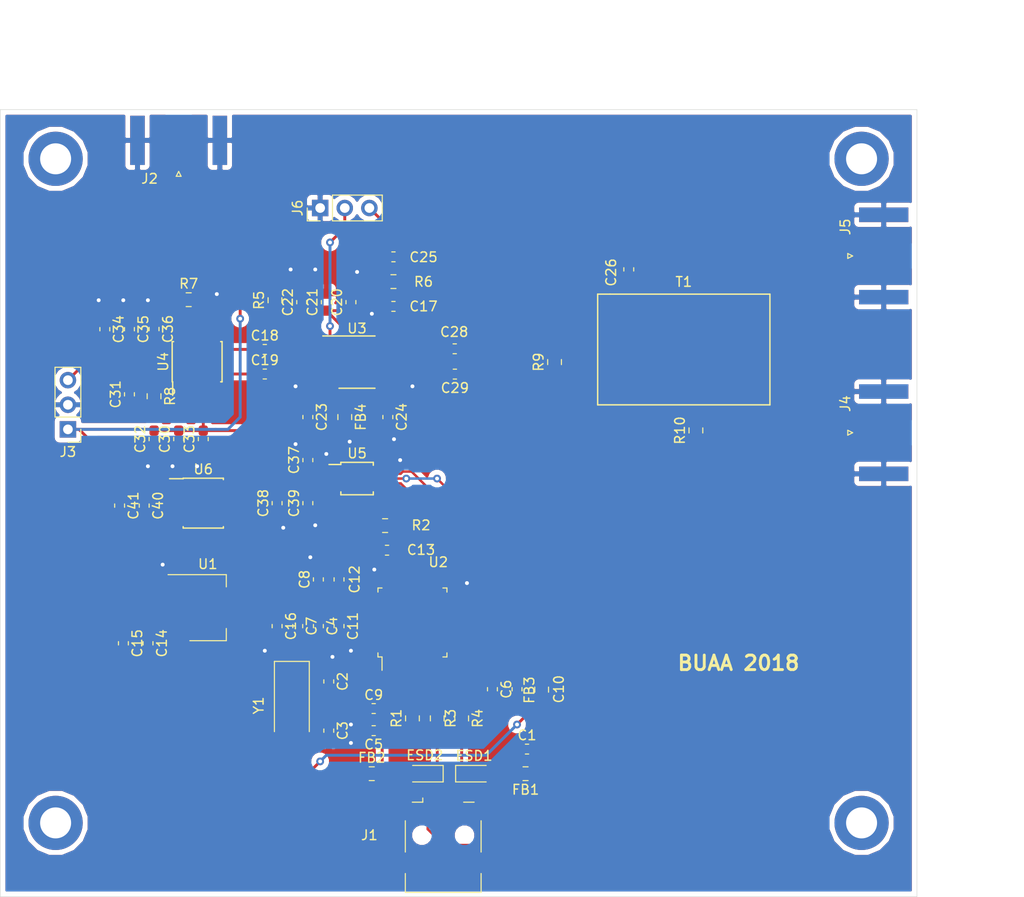
<source format=kicad_pcb>
(kicad_pcb (version 20171130) (host pcbnew "(6.0.0-rc1-dev-1154-gcbd13c712)")
  (layers (0 F.Cu signal) (31 B.Cu signal hide) (34 B.Paste user hide) (35 F.Paste user hide) (36 B.SilkS user hide) (37 F.SilkS user) (38 B.Mask user hide) (39 F.Mask user hide) (44 Edge.Cuts user))
  (net 0 "")
  (net 1 "Net-(C1-Pad2)")
  (net 2 Earth)
  (net 3 "Net-(C2-Pad1)")
  (net 4 "Net-(C3-Pad1)")
  (net 5 /USB2SPI/VCCIO)
  (net 6 /USB2SPI/VPHY)
  (net 7 /USB2SPI/VPLL)
  (net 8 /USB2SPI/VCORE)
  (net 9 /USB2SPI/VCCA)
  (net 10 /USB2SPI/VBUS)
  (net 11 "Net-(J1-Pad4)")
  (net 12 "Net-(R1-Pad1)")
  (net 13 "Net-(R3-Pad1)")
  (net 14 "Net-(R4-Pad1)")
  (net 15 "Net-(U2-Pad45)")
  (net 16 "Net-(U2-Pad44)")
  (net 17 "Net-(U2-Pad43)")
  (net 18 "Net-(U2-Pad33)")
  (net 19 "Net-(U2-Pad32)")
  (net 20 "Net-(U2-Pad31)")
  (net 21 "Net-(U2-Pad30)")
  (net 22 "Net-(U2-Pad29)")
  (net 23 "Net-(U2-Pad28)")
  (net 24 "Net-(U2-Pad27)")
  (net 25 "Net-(U2-Pad26)")
  (net 26 "Net-(U2-Pad25)")
  (net 27 "Net-(U2-Pad21)")
  (net 28 "Net-(U2-Pad20)")
  (net 29 "Net-(U2-Pad19)")
  (net 30 "Net-(U2-Pad18)")
  (net 31 "Net-(U2-Pad17)")
  (net 32 /USB2SPI/MPSSE_CS)
  (net 33 /USB2SPI/MPSSE_MISO)
  (net 34 /USB2SPI/MPSSE_MOSI)
  (net 35 /USB2SPI/MPSSE_SCK)
  (net 36 /USB2SPI/RST)
  (net 37 /DAC/VCC_+5V)
  (net 38 /VCA/CNTR)
  (net 39 "Net-(C18-Pad2)")
  (net 40 /VCA/SingleToDifferential/OutHI)
  (net 41 /VCA/SingleToDifferential/OutLO)
  (net 42 "Net-(C19-Pad2)")
  (net 43 /DAC/ChannelA)
  (net 44 /DAC/ChannelB)
  (net 45 "Net-(C25-Pad1)")
  (net 46 "Net-(C25-Pad2)")
  (net 47 "Net-(C28-Pad1)")
  (net 48 "Net-(C29-Pad1)")
  (net 49 "Net-(C31-Pad2)")
  (net 50 /VCA/VEE_-5V)
  (net 51 "Net-(C38-Pad2)")
  (net 52 /USB2SPI/USB_D+)
  (net 53 /USB2SPI/USB_D-)
  (net 54 "Net-(FB4-Pad1)")
  (net 55 /VCA/SignalIN)
  (net 56 /VCA/OPLO)
  (net 57 /VCA/OPHI)
  (net 58 "Net-(J6-Pad2)")
  (net 59 "Net-(R5-Pad1)")
  (net 60 "Net-(R8-Pad1)")
  (net 61 "Net-(T1-Pad5)")
  (net 62 "Net-(U4-Pad7)")
  (net 63 "Net-(U6-Pad8)")
  (net 64 "Net-(U6-Pad7)")
  (net 65 "Net-(U6-Pad5)")
  (net 66 "Net-(U6-Pad1)")
  (net 67 "Net-(C26-Pad1)")
  (net 68 "Net-(C28-Pad2)")
  (net 69 "Net-(C29-Pad2)")
  (module 8330EVA-footprint-extra:Mini_Circuit_RF_Transformer_SO6 (layer F.Cu) (at 177.18024 73.67524)
    (fp_text reference T1 (at 0.0508 -7.62762) (layer F.SilkS))
    (fp_text value T1-1T-KK81)
    (pad 6 smd rect (at 5.829236 -3.190851) (size 3.18 1.27) (layers F.Cu F.Paste F.Mask) (net 57 /VCA/OPHI))
    (pad 5 smd rect (at 5.829236 -0.650851) (size 3.18 1.27) (layers F.Cu F.Paste F.Mask) (net 61 "Net-(T1-Pad5)"))
    (pad 4 smd rect (at 5.829236 1.889149) (size 3.18 1.27) (layers F.Cu F.Paste F.Mask) (net 56 /VCA/OPLO))
    (pad 3 smd rect (at -5.600764 1.889149) (size 3.18 1.27) (layers F.Cu F.Paste F.Mask) (net 48 "Net-(C29-Pad1)"))
    (pad 2 smd rect (at -5.600764 -0.650851) (size 3.18 1.27) (layers F.Cu F.Paste F.Mask) (net 47 "Net-(C28-Pad1)"))
    (pad 1 smd rect (at -5.600764 -3.190851) (size 3.18 1.27) (layers F.Cu F.Paste F.Mask) (net 67 "Net-(C26-Pad1)"))
  )
  (module Resistor_SMD:R_0805_2012Metric_Pad1.15x1.40mm_HandSolder (layer F.Cu) (at 178.48072 81.3906 90)
    (fp_text reference R10 (at 0 -1.65 90) (layer F.SilkS))
    (fp_text value 0)
    (pad 2 smd roundrect (at 1.025 0 90) (size 1.15 1.4) (layers F.Cu F.Paste F.Mask) (roundrect_rratio 0.217391) (net 56 /VCA/OPLO))
    (pad 1 smd roundrect (at -1.025 0 90) (size 1.15 1.4) (layers F.Cu F.Paste F.Mask) (roundrect_rratio 0.217391) (net 2 Earth))
  )
  (module Resistor_SMD:R_0805_2012Metric_Pad1.15x1.40mm_HandSolder (layer F.Cu) (at 163.89096 74.33056 90)
    (fp_text reference R9 (at 0 -1.65 90) (layer F.SilkS))
    (fp_text value 220)
    (pad 2 smd roundrect (at 1.025 0 90) (size 1.15 1.4) (layers F.Cu F.Paste F.Mask) (roundrect_rratio 0.217391) (net 47 "Net-(C28-Pad1)"))
    (pad 1 smd roundrect (at -1.025 0 90) (size 1.15 1.4) (layers F.Cu F.Paste F.Mask) (roundrect_rratio 0.217391) (net 48 "Net-(C29-Pad1)"))
  )
  (module Capacitor_SMD:C_0603_1608Metric_Pad1.05x0.95mm_HandSolder (layer F.Cu) (at 153.60396 75.57516 180)
    (fp_text reference C29 (at 0 -1.43 180) (layer F.SilkS))
    (fp_text value 0.1u)
    (pad 2 smd roundrect (at 0.875 0 180) (size 1.05 0.95) (layers F.Cu F.Paste F.Mask) (net 69 "Net-(C29-Pad2)"))
    (pad 1 smd roundrect (at -0.875 0 180) (size 1.05 0.95) (layers F.Cu F.Paste F.Mask) (net 48 "Net-(C29-Pad1)"))
  )
  (module Capacitor_SMD:C_0603_1608Metric_Pad1.05x0.95mm_HandSolder (layer F.Cu) (at 153.58872 72.95896 180)
    (fp_text reference C28 (at 0.05458 1.73736 180) (layer F.SilkS))
    (fp_text value 0.1u)
    (pad 2 smd roundrect (at 0.875 0 180) (size 1.05 0.95) (layers F.Cu F.Paste F.Mask) (net 68 "Net-(C28-Pad2)"))
    (pad 1 smd roundrect (at -0.875 0 180) (size 1.05 0.95) (layers F.Cu F.Paste F.Mask) (net 47 "Net-(C28-Pad1)"))
  )
  (module Capacitor_SMD:C_0603_1608Metric_Pad1.05x0.95mm_HandSolder (layer F.Cu) (at 171.5516 64.7586 90)
    (fp_text reference C26 (at -0.315481 -1.821381 90) (layer F.SilkS))
    (fp_text value 0.1u)
    (pad 2 smd roundrect (at 0.875 0 90) (size 1.05 0.95) (layers F.Cu F.Paste F.Mask) (net 2 Earth))
    (pad 1 smd roundrect (at -0.875 0 90) (size 1.05 0.95) (layers F.Cu F.Paste F.Mask) (net 67 "Net-(C26-Pad1)"))
  )
  (module Connector_USB:USB_Mini-B_Lumberg_2486_01_Horizontal (layer F.Cu) (at 152.4 123.19)
    (fp_text reference J1 (at -7.62 0) (layer F.SilkS))
    (fp_text value USB_B_Micro)
    (pad "" np_thru_hole circle (at 2.2 0) (size 1 1) (drill 1) (layers *.Cu *.Mask))
    (pad "" np_thru_hole circle (at -2.2 0) (size 1 1) (drill 1) (layers *.Cu *.Mask))
    (pad 6 smd rect (at 4.45 2.85) (size 2 1.7) (layers F.Cu F.Paste F.Mask) (net 2 Earth))
    (pad 6 smd rect (at 4.45 -2.6) (size 2 1.7) (layers F.Cu F.Paste F.Mask) (net 2 Earth))
    (pad 6 smd rect (at -4.45 2.85) (size 2 1.7) (layers F.Cu F.Paste F.Mask) (net 2 Earth))
    (pad 6 smd rect (at -4.45 -2.6) (size 2 1.7) (layers F.Cu F.Paste F.Mask) (net 2 Earth))
    (pad 5 smd rect (at 1.6 -2.7) (size 0.5 2) (layers F.Cu F.Paste F.Mask) (net 2 Earth))
    (pad 4 smd rect (at 0.8 -2.7) (size 0.5 2) (layers F.Cu F.Paste F.Mask) (net 11 "Net-(J1-Pad4)"))
    (pad 3 smd rect (at 0 -2.7) (size 0.5 2) (layers F.Cu F.Paste F.Mask) (net 52 /USB2SPI/USB_D+))
    (pad 2 smd rect (at -0.8 -2.7) (size 0.5 2) (layers F.Cu F.Paste F.Mask) (net 53 /USB2SPI/USB_D-))
    (pad 1 smd rect (at -1.6 -2.7) (size 0.5 2) (layers F.Cu F.Paste F.Mask) (net 10 /USB2SPI/VBUS))
  )
  (module Capacitor_SMD:C_0603_1608Metric_Pad1.05x0.95mm_HandSolder (layer F.Cu) (at 161.05 114.3)
    (fp_text reference C1 (at 0 -1.43) (layer F.SilkS))
    (fp_text value 10nf)
    (pad 1 smd roundrect (at -0.875 0) (size 1.05 0.95) (layers F.Cu F.Paste F.Mask) (net 2 Earth))
    (pad 2 smd roundrect (at 0.875 0) (size 1.05 0.95) (layers F.Cu F.Paste F.Mask) (net 1 "Net-(C1-Pad2)"))
  )
  (module Capacitor_SMD:C_0603_1608Metric_Pad1.05x0.95mm_HandSolder (layer F.Cu) (at 140.589 107.315 90)
    (fp_text reference C2 (at 0 1.43 90) (layer F.SilkS))
    (fp_text value 27pF)
    (pad 1 smd roundrect (at -0.875 0 90) (size 1.05 0.95) (layers F.Cu F.Paste F.Mask) (net 3 "Net-(C2-Pad1)"))
    (pad 2 smd roundrect (at 0.875 0 90) (size 1.05 0.95) (layers F.Cu F.Paste F.Mask) (net 2 Earth))
  )
  (module Capacitor_SMD:C_0603_1608Metric_Pad1.05x0.95mm_HandSolder (layer F.Cu) (at 140.589 112.395 270)
    (fp_text reference C3 (at 0 -1.43 270) (layer F.SilkS))
    (fp_text value 27pF)
    (pad 2 smd roundrect (at 0.875 0 270) (size 1.05 0.95) (layers F.Cu F.Paste F.Mask) (net 2 Earth))
    (pad 1 smd roundrect (at -0.875 0 270) (size 1.05 0.95) (layers F.Cu F.Paste F.Mask) (net 4 "Net-(C3-Pad1)"))
  )
  (module Capacitor_SMD:C_0603_1608Metric_Pad1.05x0.95mm_HandSolder (layer F.Cu) (at 139.516646 101.6 270)
    (fp_text reference C4 (at 0 -1.43 270) (layer F.SilkS))
    (fp_text value 0.1u)
    (pad 2 smd roundrect (at 0.875 0 270) (size 1.05 0.95) (layers F.Cu F.Paste F.Mask) (net 2 Earth))
    (pad 1 smd roundrect (at -0.875 0 270) (size 1.05 0.95) (layers F.Cu F.Paste F.Mask) (net 5 /USB2SPI/VCCIO))
  )
  (module Capacitor_SMD:C_0603_1608Metric_Pad1.05x0.95mm_HandSolder (layer F.Cu) (at 145.224775 112.395 180)
    (fp_text reference C5 (at 0 -1.43 180) (layer F.SilkS))
    (fp_text value 0.1u)
    (pad 2 smd roundrect (at 0.875 0 180) (size 1.05 0.95) (layers F.Cu F.Paste F.Mask) (net 2 Earth))
    (pad 1 smd roundrect (at -0.875 0 180) (size 1.05 0.95) (layers F.Cu F.Paste F.Mask) (net 6 /USB2SPI/VPHY))
  )
  (module Capacitor_SMD:C_0603_1608Metric_Pad1.05x0.95mm_HandSolder (layer F.Cu) (at 157.48 108.114048 270)
    (fp_text reference C6 (at 0 -1.43 270) (layer F.SilkS))
    (fp_text value 0.1u)
    (pad 2 smd roundrect (at 0.875 0 270) (size 1.05 0.95) (layers F.Cu F.Paste F.Mask) (net 2 Earth))
    (pad 1 smd roundrect (at -0.875 0 270) (size 1.05 0.95) (layers F.Cu F.Paste F.Mask) (net 7 /USB2SPI/VPLL))
  )
  (module Capacitor_SMD:C_0603_1608Metric_Pad1.05x0.95mm_HandSolder (layer F.Cu) (at 137.385823 101.6 270)
    (fp_text reference C7 (at 0 -1.43 270) (layer F.SilkS))
    (fp_text value 0.1u)
    (pad 1 smd roundrect (at -0.875 0 270) (size 1.05 0.95) (layers F.Cu F.Paste F.Mask) (net 5 /USB2SPI/VCCIO))
    (pad 2 smd roundrect (at 0.875 0 270) (size 1.05 0.95) (layers F.Cu F.Paste F.Mask) (net 2 Earth))
  )
  (module Capacitor_SMD:C_0603_1608Metric_Pad1.05x0.95mm_HandSolder (layer F.Cu) (at 139.516646 96.777543 90)
    (fp_text reference C8 (at 0 -1.43 90) (layer F.SilkS))
    (fp_text value 0.1u)
    (pad 1 smd roundrect (at -0.875 0 90) (size 1.05 0.95) (layers F.Cu F.Paste F.Mask) (net 8 /USB2SPI/VCORE))
    (pad 2 smd roundrect (at 0.875 0 90) (size 1.05 0.95) (layers F.Cu F.Paste F.Mask) (net 2 Earth))
  )
  (module Capacitor_SMD:C_0603_1608Metric_Pad1.05x0.95mm_HandSolder (layer F.Cu) (at 145.224775 110.112543 180)
    (fp_text reference C9 (at 0 1.400543 180) (layer F.SilkS))
    (fp_text value 4.7u)
    (pad 1 smd roundrect (at -0.875 0 180) (size 1.05 0.95) (layers F.Cu F.Paste F.Mask) (net 6 /USB2SPI/VPHY))
    (pad 2 smd roundrect (at 0.875 0 180) (size 1.05 0.95) (layers F.Cu F.Paste F.Mask) (net 2 Earth))
  )
  (module Capacitor_SMD:C_0603_1608Metric_Pad1.05x0.95mm_HandSolder (layer F.Cu) (at 160.02 108.114048 270)
    (fp_text reference C10 (at 0 -4.318 270) (layer F.SilkS))
    (fp_text value 4.7u)
    (pad 1 smd roundrect (at -0.875 0 270) (size 1.05 0.95) (layers F.Cu F.Paste F.Mask) (net 7 /USB2SPI/VPLL))
    (pad 2 smd roundrect (at 0.875 0 270) (size 1.05 0.95) (layers F.Cu F.Paste F.Mask) (net 2 Earth))
  )
  (module Capacitor_SMD:C_0603_1608Metric_Pad1.05x0.95mm_HandSolder (layer F.Cu) (at 141.647471 101.6 270)
    (fp_text reference C11 (at 0 -1.43 270) (layer F.SilkS))
    (fp_text value 0.1u)
    (pad 2 smd roundrect (at 0.875 0 270) (size 1.05 0.95) (layers F.Cu F.Paste F.Mask) (net 2 Earth))
    (pad 1 smd roundrect (at -0.875 0 270) (size 1.05 0.95) (layers F.Cu F.Paste F.Mask) (net 5 /USB2SPI/VCCIO))
  )
  (module Capacitor_SMD:C_0603_1608Metric_Pad1.05x0.95mm_HandSolder (layer F.Cu) (at 141.647471 96.777543 90)
    (fp_text reference C12 (at 0.003543 1.608529 90) (layer F.SilkS))
    (fp_text value 0.1u)
    (pad 2 smd roundrect (at 0.875 0 90) (size 1.05 0.95) (layers F.Cu F.Paste F.Mask) (net 2 Earth))
    (pad 1 smd roundrect (at -0.875 0 90) (size 1.05 0.95) (layers F.Cu F.Paste F.Mask) (net 9 /USB2SPI/VCCA))
  )
  (module Capacitor_SMD:C_0603_1608Metric_Pad1.05x0.95mm_HandSolder (layer F.Cu) (at 146.60171 93.760048 180)
    (fp_text reference C13 (at -3.51229 0.034048 180) (layer F.SilkS))
    (fp_text value 10n)
    (pad 1 smd roundrect (at -0.875 0 180) (size 1.05 0.95) (layers F.Cu F.Paste F.Mask) (net 36 /USB2SPI/RST))
    (pad 2 smd roundrect (at 0.875 0 180) (size 1.05 0.95) (layers F.Cu F.Paste F.Mask) (net 2 Earth))
  )
  (module Capacitor_SMD:C_0603_1608Metric_Pad1.05x0.95mm_HandSolder (layer F.Cu) (at 121.932698 103.372535 270)
    (fp_text reference C14 (at 0 -1.43 270) (layer F.SilkS))
    (fp_text value 4.7u)
    (pad 1 smd roundrect (at -0.875 0 270) (size 1.05 0.95) (layers F.Cu F.Paste F.Mask) (net 37 /DAC/VCC_+5V))
    (pad 2 smd roundrect (at 0.875 0 270) (size 1.05 0.95) (layers F.Cu F.Paste F.Mask) (net 2 Earth))
  )
  (module Capacitor_SMD:C_0603_1608Metric_Pad1.05x0.95mm_HandSolder (layer F.Cu) (at 119.392698 103.372535 270)
    (fp_text reference C15 (at 0 -1.43 270) (layer F.SilkS))
    (fp_text value 100n)
    (pad 2 smd roundrect (at 0.875 0 270) (size 1.05 0.95) (layers F.Cu F.Paste F.Mask) (net 2 Earth))
    (pad 1 smd roundrect (at -0.875 0 270) (size 1.05 0.95) (layers F.Cu F.Paste F.Mask) (net 37 /DAC/VCC_+5V))
  )
  (module Capacitor_SMD:C_0603_1608Metric_Pad1.05x0.95mm_HandSolder (layer F.Cu) (at 135.255 101.6 270)
    (fp_text reference C16 (at 0 -1.43 270) (layer F.SilkS))
    (fp_text value 100n)
    (pad 2 smd roundrect (at 0.875 0 270) (size 1.05 0.95) (layers F.Cu F.Paste F.Mask) (net 2 Earth))
    (pad 1 smd roundrect (at -0.875 0 270) (size 1.05 0.95) (layers F.Cu F.Paste F.Mask) (net 5 /USB2SPI/VCCIO))
  )
  (module Capacitor_SMD:C_0603_1608Metric_Pad1.05x0.95mm_HandSolder (layer F.Cu) (at 147.2642 68.58 180)
    (fp_text reference C17 (at -3.1038 0 180) (layer F.SilkS))
    (fp_text value 0.1u)
    (pad 2 smd roundrect (at 0.875 0 180) (size 1.05 0.95) (layers F.Cu F.Paste F.Mask) (net 2 Earth))
    (pad 1 smd roundrect (at -0.875 0 180) (size 1.05 0.95) (layers F.Cu F.Paste F.Mask) (net 38 /VCA/CNTR))
  )
  (module Capacitor_SMD:C_0603_1608Metric_Pad1.05x0.95mm_HandSolder (layer F.Cu) (at 133.985 73.025)
    (fp_text reference C18 (at 0 -1.43) (layer F.SilkS))
    (fp_text value 0.1u)
    (pad 2 smd roundrect (at 0.875 0) (size 1.05 0.95) (layers F.Cu F.Paste F.Mask) (net 39 "Net-(C18-Pad2)"))
    (pad 1 smd roundrect (at -0.875 0) (size 1.05 0.95) (layers F.Cu F.Paste F.Mask) (net 40 /VCA/SingleToDifferential/OutHI))
  )
  (module Capacitor_SMD:C_0603_1608Metric_Pad1.05x0.95mm_HandSolder (layer F.Cu) (at 133.985 75.565)
    (fp_text reference C19 (at 0 -1.43) (layer F.SilkS))
    (fp_text value 0.1u)
    (pad 1 smd roundrect (at -0.875 0) (size 1.05 0.95) (layers F.Cu F.Paste F.Mask) (net 41 /VCA/SingleToDifferential/OutLO))
    (pad 2 smd roundrect (at 0.875 0) (size 1.05 0.95) (layers F.Cu F.Paste F.Mask) (net 42 "Net-(C19-Pad2)"))
  )
  (module Capacitor_SMD:C_0603_1608Metric_Pad1.05x0.95mm_HandSolder (layer F.Cu) (at 142.875 68.145 90)
    (fp_text reference C20 (at 0 -1.43 90) (layer F.SilkS))
    (fp_text value 0.1u)
    (pad 2 smd roundrect (at 0.875 0 90) (size 1.05 0.95) (layers F.Cu F.Paste F.Mask) (net 2 Earth))
    (pad 1 smd roundrect (at -0.875 0 90) (size 1.05 0.95) (layers F.Cu F.Paste F.Mask) (net 37 /DAC/VCC_+5V))
  )
  (module Capacitor_SMD:C_0603_1608Metric_Pad1.05x0.95mm_HandSolder (layer F.Cu) (at 140.335 68.145 90)
    (fp_text reference C21 (at 0 -1.43 90) (layer F.SilkS))
    (fp_text value 0.1u)
    (pad 2 smd roundrect (at 0.875 0 90) (size 1.05 0.95) (layers F.Cu F.Paste F.Mask) (net 2 Earth))
    (pad 1 smd roundrect (at -0.875 0 90) (size 1.05 0.95) (layers F.Cu F.Paste F.Mask) (net 37 /DAC/VCC_+5V))
  )
  (module Capacitor_SMD:C_0603_1608Metric_Pad1.05x0.95mm_HandSolder (layer F.Cu) (at 137.795 68.145 90)
    (fp_text reference C22 (at 0 -1.43 90) (layer F.SilkS))
    (fp_text value 0.1u)
    (pad 2 smd roundrect (at 0.875 0 90) (size 1.05 0.95) (layers F.Cu F.Paste F.Mask) (net 2 Earth))
    (pad 1 smd roundrect (at -0.875 0 90) (size 1.05 0.95) (layers F.Cu F.Paste F.Mask) (net 37 /DAC/VCC_+5V))
  )
  (module Capacitor_SMD:C_0603_1608Metric_Pad1.05x0.95mm_HandSolder (layer F.Cu) (at 138.43 80.01 270)
    (fp_text reference C23 (at 0 -1.43 270) (layer F.SilkS))
    (fp_text value 0.1u)
    (pad 2 smd roundrect (at 0.875 0 270) (size 1.05 0.95) (layers F.Cu F.Paste F.Mask) (net 2 Earth))
    (pad 1 smd roundrect (at -0.875 0 270) (size 1.05 0.95) (layers F.Cu F.Paste F.Mask) (net 43 /DAC/ChannelA))
  )
  (module Capacitor_SMD:C_0603_1608Metric_Pad1.05x0.95mm_HandSolder (layer F.Cu) (at 146.685 80.01 270)
    (fp_text reference C24 (at 0 -1.43 270) (layer F.SilkS))
    (fp_text value 0.1u)
    (pad 1 smd roundrect (at -0.875 0 270) (size 1.05 0.95) (layers F.Cu F.Paste F.Mask) (net 44 /DAC/ChannelB))
    (pad 2 smd roundrect (at 0.875 0 270) (size 1.05 0.95) (layers F.Cu F.Paste F.Mask) (net 2 Earth))
  )
  (module Capacitor_SMD:C_0603_1608Metric_Pad1.05x0.95mm_HandSolder (layer F.Cu) (at 147.2642 63.462937 180)
    (fp_text reference C25 (at -3.1038 -0.037063 180) (layer F.SilkS))
    (fp_text value 1n)
    (pad 1 smd roundrect (at -0.875 0 180) (size 1.05 0.95) (layers F.Cu F.Paste F.Mask) (net 45 "Net-(C25-Pad1)"))
    (pad 2 smd roundrect (at 0.875 0 180) (size 1.05 0.95) (layers F.Cu F.Paste F.Mask) (net 46 "Net-(C25-Pad2)"))
  )
  (module Capacitor_SMD:C_0603_1608Metric_Pad1.05x0.95mm_HandSolder (layer F.Cu) (at 125.095 82.282 90)
    (fp_text reference C30 (at 0 -1.43 90) (layer F.SilkS))
    (fp_text value 0.1u)
    (pad 2 smd roundrect (at 0.875 0 90) (size 1.05 0.95) (layers F.Cu F.Paste F.Mask) (net 37 /DAC/VCC_+5V))
    (pad 1 smd roundrect (at -0.875 0 90) (size 1.05 0.95) (layers F.Cu F.Paste F.Mask) (net 2 Earth))
  )
  (module Capacitor_SMD:C_0603_1608Metric_Pad1.05x0.95mm_HandSolder (layer F.Cu) (at 120.015 77.66 90)
    (fp_text reference C31 (at 0 -1.43 90) (layer F.SilkS))
    (fp_text value 0.1u)
    (pad 2 smd roundrect (at 0.875 0 90) (size 1.05 0.95) (layers F.Cu F.Paste F.Mask) (net 49 "Net-(C31-Pad2)"))
    (pad 1 smd roundrect (at -0.875 0 90) (size 1.05 0.95) (layers F.Cu F.Paste F.Mask) (net 2 Earth))
  )
  (module Capacitor_SMD:C_0603_1608Metric_Pad1.05x0.95mm_HandSolder (layer F.Cu) (at 122.555 82.282 90)
    (fp_text reference C32 (at 0 -1.43 90) (layer F.SilkS))
    (fp_text value 10u)
    (pad 2 smd roundrect (at 0.875 0 90) (size 1.05 0.95) (layers F.Cu F.Paste F.Mask) (net 37 /DAC/VCC_+5V))
    (pad 1 smd roundrect (at -0.875 0 90) (size 1.05 0.95) (layers F.Cu F.Paste F.Mask) (net 2 Earth))
  )
  (module Capacitor_SMD:C_0603_1608Metric_Pad1.05x0.95mm_HandSolder (layer F.Cu) (at 127.635 82.282 90)
    (fp_text reference C33 (at 0 -1.43 90) (layer F.SilkS))
    (fp_text value 10n)
    (pad 1 smd roundrect (at -0.875 0 90) (size 1.05 0.95) (layers F.Cu F.Paste F.Mask) (net 2 Earth))
    (pad 2 smd roundrect (at 0.875 0 90) (size 1.05 0.95) (layers F.Cu F.Paste F.Mask) (net 37 /DAC/VCC_+5V))
  )
  (module Capacitor_SMD:C_0603_1608Metric_Pad1.05x0.95mm_HandSolder (layer F.Cu) (at 117.475 70.935058 270)
    (fp_text reference C34 (at 0 -1.43 270) (layer F.SilkS))
    (fp_text value 0.1u)
    (pad 1 smd roundrect (at -0.875 0 270) (size 1.05 0.95) (layers F.Cu F.Paste F.Mask) (net 2 Earth))
    (pad 2 smd roundrect (at 0.875 0 270) (size 1.05 0.95) (layers F.Cu F.Paste F.Mask) (net 50 /VCA/VEE_-5V))
  )
  (module Capacitor_SMD:C_0603_1608Metric_Pad1.05x0.95mm_HandSolder (layer F.Cu) (at 120.015 70.935058 270)
    (fp_text reference C35 (at 0 -1.43 270) (layer F.SilkS))
    (fp_text value 10u)
    (pad 2 smd roundrect (at 0.875 0 270) (size 1.05 0.95) (layers F.Cu F.Paste F.Mask) (net 50 /VCA/VEE_-5V))
    (pad 1 smd roundrect (at -0.875 0 270) (size 1.05 0.95) (layers F.Cu F.Paste F.Mask) (net 2 Earth))
  )
  (module Capacitor_SMD:C_0603_1608Metric_Pad1.05x0.95mm_HandSolder (layer F.Cu) (at 122.555 70.91959 270)
    (fp_text reference C36 (at 0 -1.43 270) (layer F.SilkS))
    (fp_text value 10n)
    (pad 1 smd roundrect (at -0.875 0 270) (size 1.05 0.95) (layers F.Cu F.Paste F.Mask) (net 2 Earth))
    (pad 2 smd roundrect (at 0.875 0 270) (size 1.05 0.95) (layers F.Cu F.Paste F.Mask) (net 50 /VCA/VEE_-5V))
  )
  (module Capacitor_SMD:C_0603_1608Metric_Pad1.05x0.95mm_HandSolder (layer F.Cu) (at 138.43 84.455 90)
    (fp_text reference C37 (at 0 -1.43 90) (layer F.SilkS))
    (fp_text value 1u)
    (pad 1 smd roundrect (at -0.875 0 90) (size 1.05 0.95) (layers F.Cu F.Paste F.Mask) (net 37 /DAC/VCC_+5V))
    (pad 2 smd roundrect (at 0.875 0 90) (size 1.05 0.95) (layers F.Cu F.Paste F.Mask) (net 2 Earth))
  )
  (module Capacitor_SMD:C_0603_1608Metric_Pad1.05x0.95mm_HandSolder (layer F.Cu) (at 135.255 88.9 90)
    (fp_text reference C38 (at 0 -1.43 90) (layer F.SilkS))
    (fp_text value 1u)
    (pad 1 smd roundrect (at -0.875 0 90) (size 1.05 0.95) (layers F.Cu F.Paste F.Mask) (net 2 Earth))
    (pad 2 smd roundrect (at 0.875 0 90) (size 1.05 0.95) (layers F.Cu F.Paste F.Mask) (net 51 "Net-(C38-Pad2)"))
  )
  (module Capacitor_SMD:C_0603_1608Metric_Pad1.05x0.95mm_HandSolder (layer F.Cu) (at 138.43 88.9 90)
    (fp_text reference C39 (at 0 -1.43 90) (layer F.SilkS))
    (fp_text value 0.1u)
    (pad 1 smd roundrect (at -0.875 0 90) (size 1.05 0.95) (layers F.Cu F.Paste F.Mask) (net 2 Earth))
    (pad 2 smd roundrect (at 0.875 0 90) (size 1.05 0.95) (layers F.Cu F.Paste F.Mask) (net 51 "Net-(C38-Pad2)"))
  )
  (module Capacitor_SMD:C_0603_1608Metric_Pad1.05x0.95mm_HandSolder (layer F.Cu) (at 121.539 89.154 270)
    (fp_text reference C40 (at 0 -1.43 270) (layer F.SilkS))
    (fp_text value 10u)
    (pad 1 smd roundrect (at -0.875 0 270) (size 1.05 0.95) (layers F.Cu F.Paste F.Mask) (net 37 /DAC/VCC_+5V))
    (pad 2 smd roundrect (at 0.875 0 270) (size 1.05 0.95) (layers F.Cu F.Paste F.Mask) (net 2 Earth))
  )
  (module Capacitor_SMD:C_0603_1608Metric_Pad1.05x0.95mm_HandSolder (layer F.Cu) (at 118.999 89.154 270)
    (fp_text reference C41 (at 0 -1.43 270) (layer F.SilkS))
    (fp_text value 0.1u)
    (pad 2 smd roundrect (at 0.875 0 270) (size 1.05 0.95) (layers F.Cu F.Paste F.Mask) (net 2 Earth))
    (pad 1 smd roundrect (at -0.875 0 270) (size 1.05 0.95) (layers F.Cu F.Paste F.Mask) (net 37 /DAC/VCC_+5V))
  )
  (module Diode_SMD:D_SOD-323_HandSoldering (layer F.Cu) (at 155.581797 116.84)
    (fp_text reference ESD1 (at 0 -1.85) (layer F.SilkS))
    (fp_text value PESD12VL1BA)
    (pad 1 smd rect (at -1.25 0) (size 1 1) (layers F.Cu F.Paste F.Mask) (net 52 /USB2SPI/USB_D+))
    (pad 2 smd rect (at 1.25 0) (size 1 1) (layers F.Cu F.Paste F.Mask) (net 2 Earth))
  )
  (module Diode_SMD:D_SOD-323_HandSoldering (layer F.Cu) (at 150.495 116.84 180)
    (fp_text reference ESD2 (at 0 1.905 180) (layer F.SilkS))
    (fp_text value PESD12VL1BA)
    (pad 2 smd rect (at 1.25 0 180) (size 1 1) (layers F.Cu F.Paste F.Mask) (net 2 Earth))
    (pad 1 smd rect (at -1.25 0 180) (size 1 1) (layers F.Cu F.Paste F.Mask) (net 53 /USB2SPI/USB_D-))
  )
  (module Resistor_SMD:R_0805_2012Metric_Pad1.15x1.40mm_HandSolder (layer F.Cu) (at 160.9 116.84 180)
    (fp_text reference FB1 (at 0 -1.65 180) (layer F.SilkS))
    (fp_text value 600R/0.5A)
    (pad 2 smd roundrect (at 1.025 0 180) (size 1.15 1.4) (layers F.Cu F.Paste F.Mask) (roundrect_rratio 0.217391) (net 10 /USB2SPI/VBUS))
    (pad 1 smd roundrect (at -1.025 0 180) (size 1.15 1.4) (layers F.Cu F.Paste F.Mask) (roundrect_rratio 0.217391) (net 1 "Net-(C1-Pad2)"))
  )
  (module Resistor_SMD:R_0805_2012Metric_Pad1.15x1.40mm_HandSolder (layer F.Cu) (at 145.024775 116.84)
    (fp_text reference FB2 (at 0 -1.65) (layer F.SilkS))
    (fp_text value 600R/0.5A)
    (pad 2 smd roundrect (at 1.025 0) (size 1.15 1.4) (layers F.Cu F.Paste F.Mask) (roundrect_rratio 0.217391) (net 6 /USB2SPI/VPHY))
    (pad 1 smd roundrect (at -1.025 0) (size 1.15 1.4) (layers F.Cu F.Paste F.Mask) (roundrect_rratio 0.217391) (net 5 /USB2SPI/VCCIO))
  )
  (module Resistor_SMD:R_0805_2012Metric_Pad1.15x1.40mm_HandSolder (layer F.Cu) (at 162.56 108.159048 90)
    (fp_text reference FB3 (at -0.044952 -1.27 90) (layer F.SilkS))
    (fp_text value 600R/0.5A)
    (pad 1 smd roundrect (at -1.025 0 90) (size 1.15 1.4) (layers F.Cu F.Paste F.Mask) (roundrect_rratio 0.217391) (net 5 /USB2SPI/VCCIO))
    (pad 2 smd roundrect (at 1.025 0 90) (size 1.15 1.4) (layers F.Cu F.Paste F.Mask) (roundrect_rratio 0.217391) (net 7 /USB2SPI/VPLL))
  )
  (module Inductor_SMD:L_0805_2012Metric_Pad1.15x1.40mm_HandSolder (layer F.Cu) (at 142.24 80.01 270)
    (fp_text reference FB4 (at 0 -1.65 270) (layer F.SilkS))
    (fp_text value Ferrite_Bead)
    (pad 1 smd roundrect (at -1.025 0 270) (size 1.15 1.4) (layers F.Cu F.Paste F.Mask) (roundrect_rratio 0.217391) (net 54 "Net-(FB4-Pad1)"))
    (pad 2 smd roundrect (at 1.025 0 270) (size 1.15 1.4) (layers F.Cu F.Paste F.Mask) (roundrect_rratio 0.217391) (net 2 Earth))
  )
  (module Connector_Coaxial:SMA_Amphenol_132289_EdgeMount (layer F.Cu) (at 125.095 51.435 90)
    (fp_text reference J2 (at -3.96 -3 180) (layer F.SilkS))
    (fp_text value Conn_Coaxial)
    (pad 2 smd rect (at 0 4.25 180) (size 1.5 5.08) (layers B.Cu B.Paste B.Mask) (net 2 Earth))
    (pad 2 smd rect (at 0 -4.25 180) (size 1.5 5.08) (layers B.Cu B.Paste B.Mask) (net 2 Earth))
    (pad 2 smd rect (at 0 4.25 180) (size 1.5 5.08) (layers F.Cu F.Paste F.Mask) (net 2 Earth))
    (pad 2 smd rect (at 0 -4.25 180) (size 1.5 5.08) (layers F.Cu F.Paste F.Mask) (net 2 Earth))
    (pad 1 smd rect (at 0 0 180) (size 1.5 5.08) (layers F.Cu F.Paste F.Mask) (net 55 /VCA/SignalIN))
  )
  (module Connector_PinHeader_2.54mm:PinHeader_1x03_P2.54mm_Vertical (layer F.Cu) (at 113.665 81.28 180)
    (fp_text reference J3 (at 0 -2.33 180) (layer F.SilkS))
    (fp_text value Conn_01x03_Male)
    (pad 3 thru_hole oval (at 0 5.08 180) (size 1.7 1.7) (drill 1) (layers *.Cu *.Mask) (net 50 /VCA/VEE_-5V))
    (pad 2 thru_hole oval (at 0 2.54 180) (size 1.7 1.7) (drill 1) (layers *.Cu *.Mask) (net 2 Earth))
    (pad 1 thru_hole rect (at 0 0 180) (size 1.7 1.7) (drill 1) (layers *.Cu *.Mask) (net 37 /DAC/VCC_+5V))
  )
  (module Connector_Coaxial:SMA_Amphenol_132289_EdgeMount (layer F.Cu) (at 197.866 81.62544)
    (fp_text reference J4 (at -3.96 -3 90) (layer F.SilkS))
    (fp_text value Conn_Coaxial)
    (pad 2 smd rect (at 0 4.25 90) (size 1.5 5.08) (layers B.Cu B.Paste B.Mask) (net 2 Earth))
    (pad 2 smd rect (at 0 -4.25 90) (size 1.5 5.08) (layers B.Cu B.Paste B.Mask) (net 2 Earth))
    (pad 2 smd rect (at 0 4.25 90) (size 1.5 5.08) (layers F.Cu F.Paste F.Mask) (net 2 Earth))
    (pad 2 smd rect (at 0 -4.25 90) (size 1.5 5.08) (layers F.Cu F.Paste F.Mask) (net 2 Earth))
    (pad 1 smd rect (at 0 0 90) (size 1.5 5.08) (layers F.Cu F.Paste F.Mask) (net 56 /VCA/OPLO))
  )
  (module Connector_Coaxial:SMA_Amphenol_132289_EdgeMount (layer F.Cu) (at 197.866 63.373)
    (fp_text reference J5 (at -3.96 -3 90) (layer F.SilkS))
    (fp_text value Conn_Coaxial)
    (pad 1 smd rect (at 0 0 90) (size 1.5 5.08) (layers F.Cu F.Paste F.Mask) (net 57 /VCA/OPHI))
    (pad 2 smd rect (at 0 -4.25 90) (size 1.5 5.08) (layers F.Cu F.Paste F.Mask) (net 2 Earth))
    (pad 2 smd rect (at 0 4.25 90) (size 1.5 5.08) (layers F.Cu F.Paste F.Mask) (net 2 Earth))
    (pad 2 smd rect (at 0 -4.25 90) (size 1.5 5.08) (layers B.Cu B.Paste B.Mask) (net 2 Earth))
    (pad 2 smd rect (at 0 4.25 90) (size 1.5 5.08) (layers B.Cu B.Paste B.Mask) (net 2 Earth))
  )
  (module Connector_PinHeader_2.54mm:PinHeader_1x03_P2.54mm_Vertical (layer F.Cu) (at 139.7 58.42 90)
    (fp_text reference J6 (at 0 -2.33 90) (layer F.SilkS))
    (fp_text value Conn_01x03_Male)
    (pad 1 thru_hole rect (at 0 0 90) (size 1.7 1.7) (drill 1) (layers *.Cu *.Mask) (net 2 Earth))
    (pad 2 thru_hole oval (at 0 2.54 90) (size 1.7 1.7) (drill 1) (layers *.Cu *.Mask) (net 58 "Net-(J6-Pad2)"))
    (pad 3 thru_hole oval (at 0 5.08 90) (size 1.7 1.7) (drill 1) (layers *.Cu *.Mask) (net 45 "Net-(C25-Pad1)"))
  )
  (module Resistor_SMD:R_0805_2012Metric_Pad1.15x1.40mm_HandSolder (layer F.Cu) (at 149.225 111.125 270)
    (fp_text reference R1 (at 0 1.651 270) (layer F.SilkS))
    (fp_text value 12k)
    (pad 1 smd roundrect (at -1.025 0 270) (size 1.15 1.4) (layers F.Cu F.Paste F.Mask) (roundrect_rratio 0.217391) (net 12 "Net-(R1-Pad1)"))
    (pad 2 smd roundrect (at 1.025 0 270) (size 1.15 1.4) (layers F.Cu F.Paste F.Mask) (roundrect_rratio 0.217391) (net 2 Earth))
  )
  (module Resistor_SMD:R_0805_2012Metric_Pad1.15x1.40mm_HandSolder (layer F.Cu) (at 146.40171 91.220048)
    (fp_text reference R2 (at 3.71229 -0.034048) (layer F.SilkS))
    (fp_text value 10k)
    (pad 2 smd roundrect (at 1.025 0) (size 1.15 1.4) (layers F.Cu F.Paste F.Mask) (roundrect_rratio 0.217391) (net 36 /USB2SPI/RST))
    (pad 1 smd roundrect (at -1.025 0) (size 1.15 1.4) (layers F.Cu F.Paste F.Mask) (roundrect_rratio 0.217391) (net 5 /USB2SPI/VCCIO))
  )
  (module Resistor_SMD:R_0805_2012Metric_Pad1.15x1.40mm_HandSolder (layer F.Cu) (at 151.784945 111.125 270)
    (fp_text reference R3 (at 0 -1.377055 270) (layer F.SilkS))
    (fp_text value 0)
    (pad 1 smd roundrect (at -1.025 0 270) (size 1.15 1.4) (layers F.Cu F.Paste F.Mask) (roundrect_rratio 0.217391) (net 13 "Net-(R3-Pad1)"))
    (pad 2 smd roundrect (at 1.025 0 270) (size 1.15 1.4) (layers F.Cu F.Paste F.Mask) (roundrect_rratio 0.217391) (net 53 /USB2SPI/USB_D-))
  )
  (module Resistor_SMD:R_0805_2012Metric_Pad1.15x1.40mm_HandSolder (layer F.Cu) (at 154.305 111.125 270)
    (fp_text reference R4 (at 0 -1.65 270) (layer F.SilkS))
    (fp_text value 0)
    (pad 1 smd roundrect (at -1.025 0 270) (size 1.15 1.4) (layers F.Cu F.Paste F.Mask) (roundrect_rratio 0.217391) (net 14 "Net-(R4-Pad1)"))
    (pad 2 smd roundrect (at 1.025 0 270) (size 1.15 1.4) (layers F.Cu F.Paste F.Mask) (roundrect_rratio 0.217391) (net 52 /USB2SPI/USB_D+))
  )
  (module Resistor_SMD:R_0805_2012Metric_Pad1.15x1.40mm_HandSolder (layer F.Cu) (at 135.035 67.945 90)
    (fp_text reference R5 (at 0 -1.65 90) (layer F.SilkS))
    (fp_text value 0)
    (pad 1 smd roundrect (at -1.025 0 90) (size 1.15 1.4) (layers F.Cu F.Paste F.Mask) (roundrect_rratio 0.217391) (net 59 "Net-(R5-Pad1)"))
    (pad 2 smd roundrect (at 1.025 0 90) (size 1.15 1.4) (layers F.Cu F.Paste F.Mask) (roundrect_rratio 0.217391) (net 37 /DAC/VCC_+5V))
  )
  (module Resistor_SMD:R_0805_2012Metric_Pad1.15x1.40mm_HandSolder (layer F.Cu) (at 147.2642 66.021468 180)
    (fp_text reference R6 (at -3.1038 -0.018532 180) (layer F.SilkS))
    (fp_text value 1k)
    (pad 2 smd roundrect (at 1.025 0 180) (size 1.15 1.4) (layers F.Cu F.Paste F.Mask) (roundrect_rratio 0.217391) (net 46 "Net-(C25-Pad2)"))
    (pad 1 smd roundrect (at -1.025 0 180) (size 1.15 1.4) (layers F.Cu F.Paste F.Mask) (roundrect_rratio 0.217391) (net 38 /VCA/CNTR))
  )
  (module Resistor_SMD:R_0805_2012Metric_Pad1.15x1.40mm_HandSolder (layer F.Cu) (at 126.13 67.89)
    (fp_text reference R7 (at 0 -1.65) (layer F.SilkS))
    (fp_text value 49.9)
    (pad 2 smd roundrect (at 1.025 0) (size 1.15 1.4) (layers F.Cu F.Paste F.Mask) (roundrect_rratio 0.217391) (net 2 Earth))
    (pad 1 smd roundrect (at -1.025 0) (size 1.15 1.4) (layers F.Cu F.Paste F.Mask) (roundrect_rratio 0.217391) (net 55 /VCA/SignalIN))
  )
  (module Resistor_SMD:R_0805_2012Metric_Pad1.15x1.40mm_HandSolder (layer F.Cu) (at 122.555 77.86 270)
    (fp_text reference R8 (at 0 -1.65 270) (layer F.SilkS))
    (fp_text value 24.9)
    (pad 1 smd roundrect (at -1.025 0 270) (size 1.15 1.4) (layers F.Cu F.Paste F.Mask) (roundrect_rratio 0.217391) (net 60 "Net-(R8-Pad1)"))
    (pad 2 smd roundrect (at 1.025 0 270) (size 1.15 1.4) (layers F.Cu F.Paste F.Mask) (roundrect_rratio 0.217391) (net 2 Earth))
  )
  (module Package_TO_SOT_SMD:SOT-223-3_TabPin2 (layer F.Cu) (at 128.102232 99.695)
    (fp_text reference U1 (at 0 -4.5) (layer F.SilkS))
    (fp_text value AMS1117-3.3)
    (pad 2 smd rect (at 3.15 0) (size 2 3.8) (layers F.Cu F.Paste F.Mask) (net 5 /USB2SPI/VCCIO))
    (pad 2 smd rect (at -3.15 0) (size 2 1.5) (layers F.Cu F.Paste F.Mask) (net 5 /USB2SPI/VCCIO))
    (pad 3 smd rect (at -3.15 2.3) (size 2 1.5) (layers F.Cu F.Paste F.Mask) (net 37 /DAC/VCC_+5V))
    (pad 1 smd rect (at -3.15 -2.3) (size 2 1.5) (layers F.Cu F.Paste F.Mask) (net 2 Earth))
  )
  (module Package_QFP:LQFP-48_7x7mm_P0.5mm (layer F.Cu) (at 149.225 101.222543 90)
    (fp_text reference U2 (at 6.226543 2.667 180) (layer F.SilkS))
    (fp_text value FT232H)
    (pad 1 smd rect (at -4.35 -2.75 90) (size 1.3 0.25) (layers F.Cu F.Paste F.Mask) (net 3 "Net-(C2-Pad1)"))
    (pad 2 smd rect (at -4.35 -2.25 90) (size 1.3 0.25) (layers F.Cu F.Paste F.Mask) (net 4 "Net-(C3-Pad1)"))
    (pad 3 smd rect (at -4.35 -1.75 90) (size 1.3 0.25) (layers F.Cu F.Paste F.Mask) (net 6 /USB2SPI/VPHY))
    (pad 4 smd rect (at -4.35 -1.25 90) (size 1.3 0.25) (layers F.Cu F.Paste F.Mask) (net 2 Earth))
    (pad 5 smd rect (at -4.35 -0.75 90) (size 1.3 0.25) (layers F.Cu F.Paste F.Mask) (net 12 "Net-(R1-Pad1)"))
    (pad 6 smd rect (at -4.35 -0.25 90) (size 1.3 0.25) (layers F.Cu F.Paste F.Mask) (net 13 "Net-(R3-Pad1)"))
    (pad 7 smd rect (at -4.35 0.25 90) (size 1.3 0.25) (layers F.Cu F.Paste F.Mask) (net 14 "Net-(R4-Pad1)"))
    (pad 8 smd rect (at -4.35 0.75 90) (size 1.3 0.25) (layers F.Cu F.Paste F.Mask) (net 7 /USB2SPI/VPLL))
    (pad 9 smd rect (at -4.35 1.25 90) (size 1.3 0.25) (layers F.Cu F.Paste F.Mask) (net 2 Earth))
    (pad 10 smd rect (at -4.35 1.75 90) (size 1.3 0.25) (layers F.Cu F.Paste F.Mask) (net 2 Earth))
    (pad 11 smd rect (at -4.35 2.25 90) (size 1.3 0.25) (layers F.Cu F.Paste F.Mask) (net 2 Earth))
    (pad 12 smd rect (at -4.35 2.75 90) (size 1.3 0.25) (layers F.Cu F.Paste F.Mask) (net 5 /USB2SPI/VCCIO))
    (pad 13 smd rect (at -2.75 4.35 180) (size 1.3 0.25) (layers F.Cu F.Paste F.Mask) (net 35 /USB2SPI/MPSSE_SCK))
    (pad 14 smd rect (at -2.25 4.35 180) (size 1.3 0.25) (layers F.Cu F.Paste F.Mask) (net 34 /USB2SPI/MPSSE_MOSI))
    (pad 15 smd rect (at -1.75 4.35 180) (size 1.3 0.25) (layers F.Cu F.Paste F.Mask) (net 33 /USB2SPI/MPSSE_MISO))
    (pad 16 smd rect (at -1.25 4.35 180) (size 1.3 0.25) (layers F.Cu F.Paste F.Mask) (net 32 /USB2SPI/MPSSE_CS))
    (pad 17 smd rect (at -0.75 4.35 180) (size 1.3 0.25) (layers F.Cu F.Paste F.Mask) (net 31 "Net-(U2-Pad17)"))
    (pad 18 smd rect (at -0.25 4.35 180) (size 1.3 0.25) (layers F.Cu F.Paste F.Mask) (net 30 "Net-(U2-Pad18)"))
    (pad 19 smd rect (at 0.25 4.35 180) (size 1.3 0.25) (layers F.Cu F.Paste F.Mask) (net 29 "Net-(U2-Pad19)"))
    (pad 20 smd rect (at 0.75 4.35 180) (size 1.3 0.25) (layers F.Cu F.Paste F.Mask) (net 28 "Net-(U2-Pad20)"))
    (pad 21 smd rect (at 1.25 4.35 180) (size 1.3 0.25) (layers F.Cu F.Paste F.Mask) (net 27 "Net-(U2-Pad21)"))
    (pad 22 smd rect (at 1.75 4.35 180) (size 1.3 0.25) (layers F.Cu F.Paste F.Mask) (net 2 Earth))
    (pad 23 smd rect (at 2.25 4.35 180) (size 1.3 0.25) (layers F.Cu F.Paste F.Mask) (net 2 Earth))
    (pad 24 smd rect (at 2.75 4.35 180) (size 1.3 0.25) (layers F.Cu F.Paste F.Mask) (net 5 /USB2SPI/VCCIO))
    (pad 25 smd rect (at 4.35 2.75 90) (size 1.3 0.25) (layers F.Cu F.Paste F.Mask) (net 26 "Net-(U2-Pad25)"))
    (pad 26 smd rect (at 4.35 2.25 90) (size 1.3 0.25) (layers F.Cu F.Paste F.Mask) (net 25 "Net-(U2-Pad26)"))
    (pad 27 smd rect (at 4.35 1.75 90) (size 1.3 0.25) (layers F.Cu F.Paste F.Mask) (net 24 "Net-(U2-Pad27)"))
    (pad 28 smd rect (at 4.35 1.25 90) (size 1.3 0.25) (layers F.Cu F.Paste F.Mask) (net 23 "Net-(U2-Pad28)"))
    (pad 29 smd rect (at 4.35 0.75 90) (size 1.3 0.25) (layers F.Cu F.Paste F.Mask) (net 22 "Net-(U2-Pad29)"))
    (pad 30 smd rect (at 4.35 0.25 90) (size 1.3 0.25) (layers F.Cu F.Paste F.Mask) (net 21 "Net-(U2-Pad30)"))
    (pad 31 smd rect (at 4.35 -0.25 90) (size 1.3 0.25) (layers F.Cu F.Paste F.Mask) (net 20 "Net-(U2-Pad31)"))
    (pad 32 smd rect (at 4.35 -0.75 90) (size 1.3 0.25) (layers F.Cu F.Paste F.Mask) (net 19 "Net-(U2-Pad32)"))
    (pad 33 smd rect (at 4.35 -1.25 90) (size 1.3 0.25) (layers F.Cu F.Paste F.Mask) (net 18 "Net-(U2-Pad33)"))
    (pad 34 smd rect (at 4.35 -1.75 90) (size 1.3 0.25) (layers F.Cu F.Paste F.Mask) (net 36 /USB2SPI/RST))
    (pad 35 smd rect (at 4.35 -2.25 90) (size 1.3 0.25) (layers F.Cu F.Paste F.Mask) (net 2 Earth))
    (pad 36 smd rect (at 4.35 -2.75 90) (size 1.3 0.25) (layers F.Cu F.Paste F.Mask) (net 2 Earth))
    (pad 37 smd rect (at 2.75 -4.35 180) (size 1.3 0.25) (layers F.Cu F.Paste F.Mask) (net 9 /USB2SPI/VCCA))
    (pad 38 smd rect (at 2.25 -4.35 180) (size 1.3 0.25) (layers F.Cu F.Paste F.Mask) (net 8 /USB2SPI/VCORE))
    (pad 39 smd rect (at 1.75 -4.35 180) (size 1.3 0.25) (layers F.Cu F.Paste F.Mask) (net 5 /USB2SPI/VCCIO))
    (pad 40 smd rect (at 1.25 -4.35 180) (size 1.3 0.25) (layers F.Cu F.Paste F.Mask) (net 5 /USB2SPI/VCCIO))
    (pad 41 smd rect (at 0.75 -4.35 180) (size 1.3 0.25) (layers F.Cu F.Paste F.Mask) (net 2 Earth))
    (pad 42 smd rect (at 0.25 -4.35 180) (size 1.3 0.25) (layers F.Cu F.Paste F.Mask) (net 2 Earth))
    (pad 43 smd rect (at -0.25 -4.35 180) (size 1.3 0.25) (layers F.Cu F.Paste F.Mask) (net 17 "Net-(U2-Pad43)"))
    (pad 44 smd rect (at -0.75 -4.35 180) (size 1.3 0.25) (layers F.Cu F.Paste F.Mask) (net 16 "Net-(U2-Pad44)"))
    (pad 45 smd rect (at -1.25 -4.35 180) (size 1.3 0.25) (layers F.Cu F.Paste F.Mask) (net 15 "Net-(U2-Pad45)"))
    (pad 46 smd rect (at -1.75 -4.35 180) (size 1.3 0.25) (layers F.Cu F.Paste F.Mask) (net 5 /USB2SPI/VCCIO))
    (pad 47 smd rect (at -2.25 -4.35 180) (size 1.3 0.25) (layers F.Cu F.Paste F.Mask) (net 2 Earth))
    (pad 48 smd rect (at -2.75 -4.35 180) (size 1.3 0.25) (layers F.Cu F.Paste F.Mask) (net 2 Earth))
  )
  (module Package_SO:QSOP-16_3.9x4.9mm_P0.635mm (layer F.Cu) (at 143.5 74.36)
    (fp_text reference U3 (at 0 -3.5) (layer F.SilkS))
    (fp_text value AD8330)
    (pad 1 smd rect (at -2.6543 -2.2225) (size 1.6 0.41) (layers F.Cu F.Paste F.Mask) (net 58 "Net-(J6-Pad2)"))
    (pad 2 smd rect (at -2.6543 -1.5875) (size 1.6 0.41) (layers F.Cu F.Paste F.Mask) (net 59 "Net-(R5-Pad1)"))
    (pad 3 smd rect (at -2.6543 -0.9525) (size 1.6 0.41) (layers F.Cu F.Paste F.Mask) (net 37 /DAC/VCC_+5V))
    (pad 4 smd rect (at -2.6543 -0.3175) (size 1.6 0.41) (layers F.Cu F.Paste F.Mask) (net 39 "Net-(C18-Pad2)"))
    (pad 5 smd rect (at -2.6543 0.3175) (size 1.6 0.41) (layers F.Cu F.Paste F.Mask) (net 42 "Net-(C19-Pad2)"))
    (pad 6 smd rect (at -2.6543 0.9525) (size 1.6 0.41) (layers F.Cu F.Paste F.Mask) (net 2 Earth))
    (pad 7 smd rect (at -2.6543 1.5875) (size 1.6 0.41) (layers F.Cu F.Paste F.Mask) (net 43 /DAC/ChannelA))
    (pad 8 smd rect (at -2.6543 2.2225) (size 1.6 0.41) (layers F.Cu F.Paste F.Mask) (net 54 "Net-(FB4-Pad1)"))
    (pad 9 smd rect (at 2.6543 2.2225) (size 1.6 0.41) (layers F.Cu F.Paste F.Mask) (net 2 Earth))
    (pad 10 smd rect (at 2.6543 1.5875) (size 1.6 0.41) (layers F.Cu F.Paste F.Mask) (net 44 /DAC/ChannelB))
    (pad 11 smd rect (at 2.6543 0.9525) (size 1.6 0.41) (layers F.Cu F.Paste F.Mask) (net 2 Earth))
    (pad 12 smd rect (at 2.6543 0.3175) (size 1.6 0.41) (layers F.Cu F.Paste F.Mask) (net 69 "Net-(C29-Pad2)"))
    (pad 13 smd rect (at 2.6543 -0.3175) (size 1.6 0.41) (layers F.Cu F.Paste F.Mask) (net 68 "Net-(C28-Pad2)"))
    (pad 14 smd rect (at 2.6543 -0.9525) (size 1.6 0.41) (layers F.Cu F.Paste F.Mask) (net 37 /DAC/VCC_+5V))
    (pad 15 smd rect (at 2.6543 -1.5875) (size 1.6 0.41) (layers F.Cu F.Paste F.Mask) (net 38 /VCA/CNTR))
    (pad 16 smd rect (at 2.6543 -2.2225) (size 1.6 0.41) (layers F.Cu F.Paste F.Mask) (net 37 /DAC/VCC_+5V))
  )
  (module Package_SO:SOIC-8_3.9x4.9mm_P1.27mm (layer F.Cu) (at 127 74.295 90)
    (fp_text reference U4 (at 0 -3.5 90) (layer F.SilkS))
    (fp_text value AD8131)
    (pad 1 smd rect (at -2.7 -1.905 90) (size 1.55 0.6) (layers F.Cu F.Paste F.Mask) (net 60 "Net-(R8-Pad1)"))
    (pad 2 smd rect (at -2.7 -0.635 90) (size 1.55 0.6) (layers F.Cu F.Paste F.Mask) (net 49 "Net-(C31-Pad2)"))
    (pad 3 smd rect (at -2.7 0.635 90) (size 1.55 0.6) (layers F.Cu F.Paste F.Mask) (net 37 /DAC/VCC_+5V))
    (pad 4 smd rect (at -2.7 1.905 90) (size 1.55 0.6) (layers F.Cu F.Paste F.Mask) (net 41 /VCA/SingleToDifferential/OutLO))
    (pad 5 smd rect (at 2.7 1.905 90) (size 1.55 0.6) (layers F.Cu F.Paste F.Mask) (net 40 /VCA/SingleToDifferential/OutHI))
    (pad 6 smd rect (at 2.7 0.635 90) (size 1.55 0.6) (layers F.Cu F.Paste F.Mask) (net 50 /VCA/VEE_-5V))
    (pad 7 smd rect (at 2.7 -0.635 90) (size 1.55 0.6) (layers F.Cu F.Paste F.Mask) (net 62 "Net-(U4-Pad7)"))
    (pad 8 smd rect (at 2.7 -1.905 90) (size 1.55 0.6) (layers F.Cu F.Paste F.Mask) (net 55 /VCA/SignalIN))
  )
  (module Package_SO:MSOP-10_3x3mm_P0.5mm (layer F.Cu) (at 143.51 86.36)
    (fp_text reference U5 (at 0 -2.6) (layer F.SilkS))
    (fp_text value AD5312)
    (pad 1 smd rect (at -2.2 -1) (size 1.4 0.3) (layers F.Cu F.Paste F.Mask) (net 2 Earth))
    (pad 2 smd rect (at -2.2 -0.5) (size 1.4 0.3) (layers F.Cu F.Paste F.Mask) (net 37 /DAC/VCC_+5V))
    (pad 3 smd rect (at -2.2 0) (size 1.4 0.3) (layers F.Cu F.Paste F.Mask) (net 51 "Net-(C38-Pad2)"))
    (pad 4 smd rect (at -2.2 0.5) (size 1.4 0.3) (layers F.Cu F.Paste F.Mask) (net 51 "Net-(C38-Pad2)"))
    (pad 5 smd rect (at -2.2 1) (size 1.4 0.3) (layers F.Cu F.Paste F.Mask) (net 43 /DAC/ChannelA))
    (pad 6 smd rect (at 2.2 1) (size 1.4 0.3) (layers F.Cu F.Paste F.Mask) (net 44 /DAC/ChannelB))
    (pad 7 smd rect (at 2.2 0.5) (size 1.4 0.3) (layers F.Cu F.Paste F.Mask) (net 32 /USB2SPI/MPSSE_CS))
    (pad 8 smd rect (at 2.2 0) (size 1.4 0.3) (layers F.Cu F.Paste F.Mask) (net 35 /USB2SPI/MPSSE_SCK))
    (pad 9 smd rect (at 2.2 -0.5) (size 1.4 0.3) (layers F.Cu F.Paste F.Mask) (net 34 /USB2SPI/MPSSE_MOSI))
    (pad 10 smd rect (at 2.2 -1) (size 1.4 0.3) (layers F.Cu F.Paste F.Mask) (net 2 Earth))
  )
  (module Package_SO:SOIC-8_3.9x4.9mm_P1.27mm (layer F.Cu) (at 127.635 88.9)
    (fp_text reference U6 (at 0 -3.5) (layer F.SilkS))
    (fp_text value REF192)
    (pad 8 smd rect (at 2.7 -1.905) (size 1.55 0.6) (layers F.Cu F.Paste F.Mask) (net 63 "Net-(U6-Pad8)"))
    (pad 7 smd rect (at 2.7 -0.635) (size 1.55 0.6) (layers F.Cu F.Paste F.Mask) (net 64 "Net-(U6-Pad7)"))
    (pad 6 smd rect (at 2.7 0.635) (size 1.55 0.6) (layers F.Cu F.Paste F.Mask) (net 51 "Net-(C38-Pad2)"))
    (pad 5 smd rect (at 2.7 1.905) (size 1.55 0.6) (layers F.Cu F.Paste F.Mask) (net 65 "Net-(U6-Pad5)"))
    (pad 4 smd rect (at -2.7 1.905) (size 1.55 0.6) (layers F.Cu F.Paste F.Mask) (net 2 Earth))
    (pad 3 smd rect (at -2.7 0.635) (size 1.55 0.6) (layers F.Cu F.Paste F.Mask) (net 37 /DAC/VCC_+5V))
    (pad 2 smd rect (at -2.7 -0.635) (size 1.55 0.6) (layers F.Cu F.Paste F.Mask) (net 37 /DAC/VCC_+5V))
    (pad 1 smd rect (at -2.7 -1.905) (size 1.55 0.6) (layers F.Cu F.Paste F.Mask) (net 66 "Net-(U6-Pad1)"))
  )
  (module Crystal:Crystal_SMD_5032-2Pin_5.0x3.2mm_HandSoldering (layer F.Cu) (at 136.779 109.795 270)
    (fp_text reference Y1 (at 0 3.429 270) (layer F.SilkS))
    (fp_text value 12Mhz)
    (pad 1 smd rect (at -2.6 0 270) (size 3.5 2.4) (layers F.Cu F.Paste F.Mask) (net 3 "Net-(C2-Pad1)"))
    (pad 2 smd rect (at 2.6 0 270) (size 3.5 2.4) (layers F.Cu F.Paste F.Mask) (net 4 "Net-(C3-Pad1)"))
  )
  (module MountingHole:MountingHole_3.2mm_M3_DIN965_Pad (layer F.Cu) (at 112.395 53.34)
    (fp_text reference REF** hide)
    (fp_text value MountingHole_3.2mm_M3_DIN965_Pad)
    (pad 1 thru_hole circle (at 0 0) (size 5.6 5.6) (drill 3.2) (layers *.Cu *.Mask))
  )
  (module MountingHole:MountingHole_3.2mm_M3_DIN965_Pad (layer F.Cu) (at 112.395 121.92)
    (fp_text reference REF** hide)
    (fp_text value MountingHole_3.2mm_M3_DIN965_Pad)
    (pad 1 thru_hole circle (at 0 0) (size 5.6 5.6) (drill 3.2) (layers *.Cu *.Mask))
  )
  (module MountingHole:MountingHole_3.2mm_M3_DIN965_Pad (layer F.Cu) (at 195.58 53.34)
    (fp_text reference REF** hide)
    (fp_text value MountingHole_3.2mm_M3_DIN965_Pad)
    (pad 1 thru_hole circle (at 0 0) (size 5.6 5.6) (drill 3.2) (layers *.Cu *.Mask))
  )
  (module MountingHole:MountingHole_3.2mm_M3_DIN965_Pad (layer F.Cu) (at 195.58 121.92)
    (fp_text reference REF** hide)
    (fp_text value MountingHole_3.2mm_M3_DIN965_Pad)
    (pad 1 thru_hole circle (at 0 0) (size 5.6 5.6) (drill 3.2) (layers *.Cu *.Mask))
  )
  (gr_text "BUAA 2018\n" (at 182.88 105.41) (layer F.SilkS) (effects (font (size 1.5 1.5) (thickness 0.3))))
  (gr_text "DGH LHC ZKY" (at 182.88 109.22) (layer F.Cu) (effects (font (size 1.5 1.5) (thickness 0.3))))
  (gr_line (start 201.295 48.26) (end 106.68 48.26) (layer Edge.Cuts) (width 0.05))
  (gr_line (start 201.295 129.54) (end 201.295 48.26) (layer Edge.Cuts) (width 0.05))
  (gr_line (start 106.68 129.54) (end 201.295 129.54) (layer Edge.Cuts) (width 0.05))
  (gr_line (start 106.68 48.26) (end 106.68 129.54) (layer Edge.Cuts) (width 0.05))
  (segment (start 161.925 114.3) (end 161.925 116.84) (width 0.3) (layer F.Cu) (net 1))
  (via (at 137.16 82.804) (size 0.8) (drill 0.4) (layers F.Cu B.Cu) (net 2))
  (segment (start 138.43 83.58) (end 137.936 83.58) (width 0.3) (layer F.Cu) (net 2))
  (segment (start 137.936 83.58) (end 137.16 82.804) (width 0.3) (layer F.Cu) (net 2))
  (segment (start 138.43 81.534) (end 137.16 82.804) (width 0.3) (layer F.Cu) (net 2))
  (segment (start 138.43 80.885) (end 138.43 81.534) (width 0.3) (layer F.Cu) (net 2))
  (via (at 142.748 82.55) (size 0.8) (drill 0.4) (layers F.Cu B.Cu) (net 2))
  (segment (start 142.24 81.035) (end 142.24 82.042) (width 0.3) (layer F.Cu) (net 2))
  (segment (start 142.24 82.042) (end 142.748 82.55) (width 0.3) (layer F.Cu) (net 2))
  (via (at 147.32 82.296) (size 0.8) (drill 0.4) (layers F.Cu B.Cu) (net 2))
  (segment (start 146.685 80.885) (end 146.685 81.661) (width 0.3) (layer F.Cu) (net 2))
  (segment (start 146.685 81.661) (end 147.32 82.296) (width 0.3) (layer F.Cu) (net 2))
  (via (at 135.89 91.44) (size 0.8) (drill 0.4) (layers F.Cu B.Cu) (net 2))
  (segment (start 135.255 89.775) (end 135.255 90.805) (width 0.3) (layer F.Cu) (net 2))
  (segment (start 135.255 90.805) (end 135.89 91.44) (width 0.3) (layer F.Cu) (net 2))
  (via (at 139.192 91.186) (size 0.8) (drill 0.4) (layers F.Cu B.Cu) (net 2))
  (segment (start 138.43 89.775) (end 138.43 90.424) (width 0.3) (layer F.Cu) (net 2))
  (segment (start 138.43 90.424) (end 139.192 91.186) (width 0.3) (layer F.Cu) (net 2))
  (via (at 136.652 64.77) (size 0.8) (drill 0.4) (layers F.Cu B.Cu) (net 2))
  (segment (start 137.795 67.27) (end 137.795 65.913) (width 0.3) (layer F.Cu) (net 2))
  (segment (start 137.795 65.913) (end 136.652 64.77) (width 0.3) (layer F.Cu) (net 2))
  (via (at 139.192 64.77) (size 0.8) (drill 0.4) (layers F.Cu B.Cu) (net 2))
  (segment (start 140.335 67.27) (end 140.335 65.913) (width 0.3) (layer F.Cu) (net 2))
  (segment (start 140.335 65.913) (end 139.192 64.77) (width 0.3) (layer F.Cu) (net 2))
  (via (at 143.51 65.024) (size 0.8) (drill 0.4) (layers F.Cu B.Cu) (net 2))
  (segment (start 142.875 67.27) (end 142.875 65.659) (width 0.3) (layer F.Cu) (net 2))
  (segment (start 142.875 65.659) (end 143.51 65.024) (width 0.3) (layer F.Cu) (net 2))
  (via (at 145.034 69.342) (size 0.8) (drill 0.4) (layers F.Cu B.Cu) (net 2))
  (segment (start 146.3892 68.58) (end 145.796 68.58) (width 0.3) (layer F.Cu) (net 2))
  (segment (start 145.796 68.58) (end 145.034 69.342) (width 0.3) (layer F.Cu) (net 2))
  (via (at 129.032 67.31) (size 0.8) (drill 0.4) (layers F.Cu B.Cu) (net 2))
  (segment (start 127.155 67.89) (end 128.452 67.89) (width 0.3) (layer F.Cu) (net 2))
  (segment (start 128.452 67.89) (end 129.032 67.31) (width 0.3) (layer F.Cu) (net 2))
  (via (at 140.335 83.82) (size 0.8) (drill 0.4) (layers F.Cu B.Cu) (net 2))
  (segment (start 141.31 85.36) (end 141.31 84.795) (width 0.3) (layer F.Cu) (net 2))
  (segment (start 141.31 84.795) (end 140.335 83.82) (width 0.3) (layer F.Cu) (net 2))
  (via (at 147.955 84.455) (size 0.8) (drill 0.4) (layers F.Cu B.Cu) (net 2))
  (segment (start 145.71 85.36) (end 147.05 85.36) (width 0.3) (layer F.Cu) (net 2))
  (segment (start 147.05 85.36) (end 147.955 84.455) (width 0.3) (layer F.Cu) (net 2))
  (via (at 121.92 85.09) (size 0.8) (drill 0.4) (layers F.Cu B.Cu) (net 2))
  (segment (start 122.555 83.157) (end 122.555 84.455) (width 0.3) (layer F.Cu) (net 2))
  (segment (start 122.555 84.455) (end 121.92 85.09) (width 0.3) (layer F.Cu) (net 2))
  (via (at 124.46 85.09) (size 0.8) (drill 0.4) (layers F.Cu B.Cu) (net 2))
  (segment (start 125.095 83.157) (end 125.095 84.455) (width 0.3) (layer F.Cu) (net 2))
  (segment (start 125.095 84.455) (end 124.46 85.09) (width 0.3) (layer F.Cu) (net 2))
  (via (at 127 85.09) (size 0.8) (drill 0.4) (layers F.Cu B.Cu) (net 2))
  (segment (start 127.635 83.157) (end 127.635 84.455) (width 0.3) (layer F.Cu) (net 2))
  (segment (start 127.635 84.455) (end 127 85.09) (width 0.3) (layer F.Cu) (net 2))
  (segment (start 140.8457 75.3125) (end 146.1543 75.3125) (width 0.25) (layer F.Cu) (net 2))
  (segment (start 145.199298 76.5825) (end 146.1543 76.5825) (width 0.25) (layer F.Cu) (net 2))
  (segment (start 143.929298 75.3125) (end 145.199298 76.5825) (width 0.25) (layer F.Cu) (net 2))
  (segment (start 140.8457 75.3125) (end 143.929298 75.3125) (width 0.25) (layer F.Cu) (net 2))
  (via (at 137.16 76.835) (size 0.8) (drill 0.4) (layers F.Cu B.Cu) (net 2))
  (segment (start 140.8457 75.3125) (end 138.6825 75.3125) (width 0.25) (layer F.Cu) (net 2))
  (segment (start 138.6825 75.3125) (end 137.16 76.835) (width 0.25) (layer F.Cu) (net 2))
  (via (at 149.225 76.835) (size 0.8) (drill 0.4) (layers F.Cu B.Cu) (net 2))
  (segment (start 146.1543 75.3125) (end 147.7025 75.3125) (width 0.25) (layer F.Cu) (net 2))
  (segment (start 147.7025 75.3125) (end 149.225 76.835) (width 0.25) (layer F.Cu) (net 2))
  (via (at 116.84 67.945) (size 0.8) (drill 0.4) (layers F.Cu B.Cu) (net 2))
  (segment (start 117.475 70.060058) (end 117.475 68.58) (width 0.3) (layer F.Cu) (net 2))
  (segment (start 117.475 68.58) (end 116.84 67.945) (width 0.3) (layer F.Cu) (net 2))
  (via (at 119.38 67.945) (size 0.8) (drill 0.4) (layers F.Cu B.Cu) (net 2))
  (segment (start 120.015 70.060058) (end 120.015 68.58) (width 0.3) (layer F.Cu) (net 2))
  (segment (start 120.015 68.58) (end 119.38 67.945) (width 0.3) (layer F.Cu) (net 2))
  (via (at 121.92 67.945) (size 0.8) (drill 0.4) (layers F.Cu B.Cu) (net 2))
  (segment (start 122.555 70.04459) (end 122.555 68.58) (width 0.3) (layer F.Cu) (net 2))
  (segment (start 122.555 68.58) (end 121.92 67.945) (width 0.3) (layer F.Cu) (net 2))
  (segment (start 139.516646 95.902543) (end 141.647471 95.902543) (width 0.3) (layer F.Cu) (net 2))
  (via (at 138.684 94.488) (size 0.8) (drill 0.4) (layers F.Cu B.Cu) (net 2))
  (segment (start 139.516646 95.902543) (end 139.516646 95.320646) (width 0.3) (layer F.Cu) (net 2))
  (segment (start 139.516646 95.320646) (end 138.684 94.488) (width 0.3) (layer F.Cu) (net 2))
  (segment (start 146.975 96.872543) (end 146.475 96.872543) (width 0.3) (layer F.Cu) (net 2))
  (via (at 145.288 95.758) (size 0.8) (drill 0.4) (layers F.Cu B.Cu) (net 2))
  (segment (start 146.475 96.872543) (end 146.402543 96.872543) (width 0.3) (layer F.Cu) (net 2))
  (segment (start 146.402543 96.872543) (end 145.288 95.758) (width 0.3) (layer F.Cu) (net 2))
  (segment (start 145.72671 95.31929) (end 145.288 95.758) (width 0.3) (layer F.Cu) (net 2))
  (segment (start 145.72671 93.760048) (end 145.72671 95.31929) (width 0.3) (layer F.Cu) (net 2))
  (via (at 123.444 95.25) (size 0.8) (drill 0.4) (layers F.Cu B.Cu) (net 2))
  (segment (start 124.952232 97.395) (end 124.952232 96.758232) (width 0.3) (layer F.Cu) (net 2))
  (segment (start 124.952232 96.758232) (end 123.444 95.25) (width 0.3) (layer F.Cu) (net 2))
  (via (at 142.875 111.76) (size 0.8) (drill 0.4) (layers F.Cu B.Cu) (net 2))
  (segment (start 144.349775 110.112543) (end 144.349775 110.285225) (width 0.25) (layer F.Cu) (net 2))
  (segment (start 144.349775 110.285225) (end 142.875 111.76) (width 0.25) (layer F.Cu) (net 2))
  (via (at 142.875 113.665) (size 0.8) (drill 0.4) (layers F.Cu B.Cu) (net 2))
  (segment (start 144.349775 112.395) (end 144.145 112.395) (width 0.25) (layer F.Cu) (net 2))
  (segment (start 144.145 112.395) (end 142.875 113.665) (width 0.25) (layer F.Cu) (net 2))
  (segment (start 153.575 98.972543) (end 153.575 99.472543) (width 0.25) (layer F.Cu) (net 2))
  (segment (start 151.475 105.572543) (end 150.475 105.572543) (width 0.25) (layer F.Cu) (net 2))
  (segment (start 147.975 104.672543) (end 148.507543 104.14) (width 0.25) (layer F.Cu) (net 2))
  (segment (start 147.975 105.572543) (end 147.975 104.672543) (width 0.25) (layer F.Cu) (net 2))
  (segment (start 150.475 104.672543) (end 150.475 105.572543) (width 0.25) (layer F.Cu) (net 2))
  (segment (start 149.942457 104.14) (end 150.475 104.672543) (width 0.25) (layer F.Cu) (net 2))
  (segment (start 148.507543 104.14) (end 149.942457 104.14) (width 0.25) (layer F.Cu) (net 2))
  (segment (start 146.475 97.772543) (end 146.475 96.872543) (width 0.25) (layer F.Cu) (net 2))
  (segment (start 146.475 99.732545) (end 146.475 97.772543) (width 0.25) (layer F.Cu) (net 2))
  (segment (start 145.735002 100.472543) (end 146.475 99.732545) (width 0.25) (layer F.Cu) (net 2))
  (segment (start 144.875 100.472543) (end 145.735002 100.472543) (width 0.25) (layer F.Cu) (net 2))
  (segment (start 144.875 100.972543) (end 144.875 100.472543) (width 0.25) (layer F.Cu) (net 2))
  (segment (start 144.875 103.472543) (end 144.875 103.972543) (width 0.25) (layer F.Cu) (net 2))
  (via (at 142.875 104.14) (size 0.8) (drill 0.4) (layers F.Cu B.Cu) (net 2))
  (segment (start 144.875 103.972543) (end 143.042457 103.972543) (width 0.25) (layer F.Cu) (net 2))
  (segment (start 143.042457 103.972543) (end 142.875 104.14) (width 0.25) (layer F.Cu) (net 2))
  (segment (start 141.647471 102.912471) (end 142.875 104.14) (width 0.25) (layer F.Cu) (net 2))
  (segment (start 141.647471 102.475) (end 141.647471 102.912471) (width 0.25) (layer F.Cu) (net 2))
  (segment (start 139.516646 102.475) (end 141.647471 102.475) (width 0.25) (layer F.Cu) (net 2))
  (via (at 133.985 104.14) (size 0.8) (drill 0.4) (layers F.Cu B.Cu) (net 2))
  (segment (start 135.255 102.475) (end 135.255 102.87) (width 0.25) (layer F.Cu) (net 2))
  (segment (start 135.255 102.87) (end 133.985 104.14) (width 0.25) (layer F.Cu) (net 2))
  (segment (start 135.255 102.475) (end 137.385823 102.475) (width 0.25) (layer F.Cu) (net 2))
  (segment (start 137.385823 102.475) (end 139.516646 102.475) (width 0.25) (layer F.Cu) (net 2))
  (segment (start 142.48 113.27) (end 142.875 113.665) (width 0.25) (layer F.Cu) (net 2))
  (segment (start 140.589 113.27) (end 142.48 113.27) (width 0.25) (layer F.Cu) (net 2))
  (via (at 140.97 104.775) (size 0.8) (drill 0.4) (layers F.Cu B.Cu) (net 2))
  (segment (start 140.589 106.44) (end 140.589 105.156) (width 0.25) (layer F.Cu) (net 2))
  (segment (start 140.589 105.156) (end 140.97 104.775) (width 0.25) (layer F.Cu) (net 2))
  (segment (start 147.280002 103.972543) (end 147.955 104.647541) (width 0.3) (layer F.Cu) (net 2))
  (segment (start 144.875 103.972543) (end 147.280002 103.972543) (width 0.3) (layer F.Cu) (net 2))
  (segment (start 147.955 105.552543) (end 147.975 105.572543) (width 0.3) (layer F.Cu) (net 2))
  (segment (start 147.955 104.647541) (end 147.955 105.552543) (width 0.3) (layer F.Cu) (net 2))
  (via (at 154.85 97.155) (size 0.8) (drill 0.4) (layers F.Cu B.Cu) (net 2))
  (segment (start 154.85 98.647543) (end 154.85 97.155) (width 0.3) (layer F.Cu) (net 2))
  (segment (start 153.575 98.972543) (end 154.525 98.972543) (width 0.3) (layer F.Cu) (net 2))
  (segment (start 154.525 98.972543) (end 154.85 98.647543) (width 0.3) (layer F.Cu) (net 2))
  (segment (start 143.206457 105.572543) (end 140.589 108.19) (width 0.3) (layer F.Cu) (net 3))
  (segment (start 146.475 105.572543) (end 143.206457 105.572543) (width 0.3) (layer F.Cu) (net 3))
  (segment (start 137.774 108.19) (end 136.779 107.195) (width 0.25) (layer F.Cu) (net 3))
  (segment (start 140.589 108.19) (end 137.774 108.19) (width 0.25) (layer F.Cu) (net 3))
  (segment (start 146.975 106.522543) (end 146.182543 107.315) (width 0.3) (layer F.Cu) (net 4))
  (segment (start 146.975 105.572543) (end 146.975 106.522543) (width 0.3) (layer F.Cu) (net 4))
  (segment (start 146.182543 107.315) (end 144.794 107.315) (width 0.3) (layer F.Cu) (net 4))
  (segment (start 144.794 107.315) (end 140.589 111.52) (width 0.3) (layer F.Cu) (net 4))
  (segment (start 137.654 111.52) (end 136.779 112.395) (width 0.25) (layer F.Cu) (net 4))
  (segment (start 140.589 111.52) (end 137.654 111.52) (width 0.25) (layer F.Cu) (net 4))
  (segment (start 143.874759 92.721999) (end 145.37671 91.220048) (width 0.3) (layer F.Cu) (net 5))
  (segment (start 137.325233 92.721999) (end 143.874759 92.721999) (width 0.3) (layer F.Cu) (net 5))
  (segment (start 131.252232 99.695) (end 131.252232 98.795) (width 0.3) (layer F.Cu) (net 5))
  (segment (start 131.252232 98.795) (end 137.325233 92.721999) (width 0.3) (layer F.Cu) (net 5))
  (segment (start 131.252232 99.695) (end 131.252232 114.996232) (width 0.3) (layer F.Cu) (net 5))
  (segment (start 131.252232 114.996232) (end 133.096 116.84) (width 0.3) (layer F.Cu) (net 5))
  (via (at 139.7 115.57) (size 0.8) (drill 0.4) (layers F.Cu B.Cu) (net 5))
  (segment (start 138.43 116.84) (end 139.7 115.57) (width 0.3) (layer F.Cu) (net 5))
  (segment (start 137.16 116.84) (end 138.43 116.84) (width 0.3) (layer F.Cu) (net 5))
  (segment (start 137.16 116.84) (end 143.999775 116.84) (width 0.3) (layer F.Cu) (net 5))
  (segment (start 133.096 116.84) (end 137.16 116.84) (width 0.3) (layer F.Cu) (net 5))
  (segment (start 139.7 115.57) (end 140.335 114.935) (width 0.3) (layer B.Cu) (net 5))
  (via (at 160.02 111.76) (size 0.8) (drill 0.4) (layers F.Cu B.Cu) (net 5))
  (segment (start 140.335 114.935) (end 156.845 114.935) (width 0.3) (layer B.Cu) (net 5))
  (segment (start 156.845 114.935) (end 160.02 111.76) (width 0.3) (layer B.Cu) (net 5))
  (segment (start 162.56 109.22) (end 162.56 109.184048) (width 0.3) (layer F.Cu) (net 5))
  (segment (start 160.02 111.76) (end 162.56 109.22) (width 0.3) (layer F.Cu) (net 5))
  (segment (start 124.952232 99.695) (end 131.252232 99.695) (width 0.3) (layer F.Cu) (net 5))
  (segment (start 144.875 99.472543) (end 144.875 99.972543) (width 0.25) (layer F.Cu) (net 5))
  (segment (start 142.399928 99.972543) (end 141.647471 100.725) (width 0.25) (layer F.Cu) (net 5))
  (segment (start 144.875 99.972543) (end 142.399928 99.972543) (width 0.25) (layer F.Cu) (net 5))
  (segment (start 134.225 99.695) (end 135.255 100.725) (width 0.3) (layer F.Cu) (net 5))
  (segment (start 131.252232 99.695) (end 134.225 99.695) (width 0.3) (layer F.Cu) (net 5))
  (segment (start 135.255 100.725) (end 137.385823 100.725) (width 0.3) (layer F.Cu) (net 5))
  (segment (start 137.385823 100.725) (end 139.516646 100.725) (width 0.3) (layer F.Cu) (net 5))
  (segment (start 141.647471 100.725) (end 139.516646 100.725) (width 0.3) (layer F.Cu) (net 5))
  (segment (start 143.895014 102.972543) (end 144.875 102.972543) (width 0.25) (layer F.Cu) (net 5))
  (segment (start 141.647471 100.725) (end 143.895014 102.972543) (width 0.25) (layer F.Cu) (net 5))
  (segment (start 151.975 104.622543) (end 151.975 105.572543) (width 0.3) (layer F.Cu) (net 5))
  (segment (start 151.975 99.122543) (end 151.975 104.622543) (width 0.3) (layer F.Cu) (net 5))
  (segment (start 152.625 98.472543) (end 151.975 99.122543) (width 0.3) (layer F.Cu) (net 5))
  (segment (start 153.575 98.472543) (end 152.625 98.472543) (width 0.3) (layer F.Cu) (net 5))
  (segment (start 150.280002 102.972543) (end 151.950001 104.642542) (width 0.3) (layer F.Cu) (net 5))
  (segment (start 144.875 102.972543) (end 150.280002 102.972543) (width 0.3) (layer F.Cu) (net 5))
  (segment (start 151.950001 105.547544) (end 151.975 105.572543) (width 0.3) (layer F.Cu) (net 5))
  (segment (start 151.950001 104.642542) (end 151.950001 105.547544) (width 0.3) (layer F.Cu) (net 5))
  (segment (start 147.475 108.737318) (end 146.099775 110.112543) (width 0.25) (layer F.Cu) (net 6))
  (segment (start 147.475 105.572543) (end 147.475 108.737318) (width 0.25) (layer F.Cu) (net 6))
  (segment (start 146.099775 110.112543) (end 146.099775 112.395) (width 0.25) (layer F.Cu) (net 6))
  (segment (start 146.099775 116.79) (end 146.049775 116.84) (width 0.3) (layer F.Cu) (net 6))
  (segment (start 146.099775 112.395) (end 146.099775 116.79) (width 0.3) (layer F.Cu) (net 6))
  (segment (start 160.125 107.134048) (end 160.02 107.239048) (width 0.3) (layer F.Cu) (net 7))
  (segment (start 162.56 107.134048) (end 160.125 107.134048) (width 0.3) (layer F.Cu) (net 7))
  (segment (start 160.02 107.239048) (end 157.48 107.239048) (width 0.3) (layer F.Cu) (net 7))
  (segment (start 149.975 106.522543) (end 149.975 105.572543) (width 0.3) (layer F.Cu) (net 7))
  (segment (start 150.691505 107.239048) (end 149.975 106.522543) (width 0.3) (layer F.Cu) (net 7))
  (segment (start 157.48 107.239048) (end 150.691505 107.239048) (width 0.3) (layer F.Cu) (net 7))
  (segment (start 140.836646 98.972543) (end 139.516646 97.652543) (width 0.25) (layer F.Cu) (net 8))
  (segment (start 144.875 98.972543) (end 140.836646 98.972543) (width 0.25) (layer F.Cu) (net 8))
  (segment (start 142.467471 98.472543) (end 141.647471 97.652543) (width 0.25) (layer F.Cu) (net 9))
  (segment (start 144.875 98.472543) (end 142.467471 98.472543) (width 0.25) (layer F.Cu) (net 9))
  (segment (start 150.8 122.568998) (end 152.437002 124.206) (width 0.25) (layer F.Cu) (net 10))
  (segment (start 150.8 120.49) (end 150.8 122.568998) (width 0.25) (layer F.Cu) (net 10))
  (segment (start 152.437002 124.206) (end 157.734 124.206) (width 0.25) (layer F.Cu) (net 10))
  (segment (start 157.734 124.206) (end 160.02 121.92) (width 0.25) (layer F.Cu) (net 10))
  (segment (start 160.02 121.92) (end 160.02 117.094) (width 0.25) (layer F.Cu) (net 10))
  (segment (start 148.475 109.35) (end 149.225 110.1) (width 0.3) (layer F.Cu) (net 12))
  (segment (start 148.475 105.572543) (end 148.475 109.35) (width 0.3) (layer F.Cu) (net 12))
  (segment (start 148.975 107.290055) (end 151.784945 110.1) (width 0.25) (layer F.Cu) (net 13))
  (segment (start 148.975 105.572543) (end 148.975 107.290055) (width 0.25) (layer F.Cu) (net 13))
  (segment (start 152.79 108.585) (end 154.305 110.1) (width 0.25) (layer F.Cu) (net 14))
  (segment (start 151.13 108.585) (end 152.79 108.585) (width 0.25) (layer F.Cu) (net 14))
  (segment (start 149.475 105.572543) (end 149.475 106.93) (width 0.25) (layer F.Cu) (net 14))
  (segment (start 149.475 106.93) (end 151.13 108.585) (width 0.25) (layer F.Cu) (net 14))
  (segment (start 153.575 102.472543) (end 154.702457 102.472543) (width 0.25) (layer F.Cu) (net 32))
  (segment (start 154.702457 102.472543) (end 155.575 101.6) (width 0.25) (layer F.Cu) (net 32))
  (segment (start 155.575 94.418002) (end 155.575 97.79) (width 0.25) (layer F.Cu) (net 32))
  (segment (start 148.016998 86.86) (end 155.575 94.418002) (width 0.25) (layer F.Cu) (net 32))
  (segment (start 145.71 86.86) (end 148.016998 86.86) (width 0.25) (layer F.Cu) (net 32))
  (segment (start 155.575 101.6) (end 155.575 97.79) (width 0.25) (layer F.Cu) (net 32))
  (segment (start 155.575 97.79) (end 155.575 95.775) (width 0.25) (layer F.Cu) (net 32))
  (segment (start 148.241999 85.634999) (end 149.134999 85.634999) (width 0.25) (layer F.Cu) (net 34))
  (segment (start 145.71 85.86) (end 148.016998 85.86) (width 0.25) (layer F.Cu) (net 34))
  (segment (start 148.016998 85.86) (end 148.241999 85.634999) (width 0.25) (layer F.Cu) (net 34))
  (segment (start 149.134999 85.634999) (end 156.845 93.345) (width 0.25) (layer F.Cu) (net 34))
  (segment (start 156.845 93.345) (end 156.845 102.235) (width 0.25) (layer F.Cu) (net 34))
  (segment (start 156.845 102.235) (end 155.575 103.505) (width 0.25) (layer F.Cu) (net 34))
  (segment (start 155.542543 103.472543) (end 153.575 103.472543) (width 0.25) (layer F.Cu) (net 34))
  (segment (start 155.575 103.505) (end 155.542543 103.472543) (width 0.25) (layer F.Cu) (net 34))
  (segment (start 153.575 103.972543) (end 157.012457 103.972543) (width 0.25) (layer F.Cu) (net 35))
  (segment (start 157.012457 103.972543) (end 158.115 102.87) (width 0.25) (layer F.Cu) (net 35))
  (via (at 151.765 86.36) (size 0.8) (drill 0.4) (layers F.Cu B.Cu) (net 35))
  (segment (start 158.115 102.87) (end 158.115 92.71) (width 0.25) (layer F.Cu) (net 35))
  (segment (start 158.115 92.71) (end 151.765 86.36) (width 0.25) (layer F.Cu) (net 35))
  (via (at 148.59 86.36) (size 0.8) (drill 0.4) (layers F.Cu B.Cu) (net 35))
  (segment (start 151.765 86.36) (end 148.59 86.36) (width 0.25) (layer B.Cu) (net 35))
  (segment (start 148.59 86.36) (end 146.05 86.36) (width 0.25) (layer F.Cu) (net 35))
  (segment (start 147.42671 93.710048) (end 147.47671 93.760048) (width 0.3) (layer F.Cu) (net 36))
  (segment (start 147.42671 91.220048) (end 147.42671 93.710048) (width 0.3) (layer F.Cu) (net 36))
  (segment (start 147.47671 96.870833) (end 147.475 96.872543) (width 0.3) (layer F.Cu) (net 36))
  (segment (start 147.47671 93.760048) (end 147.47671 96.870833) (width 0.3) (layer F.Cu) (net 36))
  (segment (start 122.555 81.407) (end 125.095 81.407) (width 0.3) (layer F.Cu) (net 37))
  (segment (start 125.095 81.407) (end 127.635 81.407) (width 0.3) (layer F.Cu) (net 37))
  (segment (start 127.635 81.407) (end 127.635 76.995) (width 0.3) (layer F.Cu) (net 37))
  (segment (start 113.665 81.28) (end 122.428 81.28) (width 0.3) (layer F.Cu) (net 37))
  (segment (start 122.428 81.28) (end 122.555 81.407) (width 0.3) (layer F.Cu) (net 37))
  (segment (start 114.815 81.28) (end 113.665 81.28) (width 0.3) (layer F.Cu) (net 37))
  (segment (start 118.999 85.464) (end 114.815 81.28) (width 0.3) (layer F.Cu) (net 37))
  (segment (start 118.999 88.279) (end 118.999 85.464) (width 0.3) (layer F.Cu) (net 37))
  (segment (start 118.999 88.279) (end 121.539 88.279) (width 0.3) (layer F.Cu) (net 37))
  (segment (start 124.921 88.279) (end 124.935 88.265) (width 0.3) (layer F.Cu) (net 37))
  (segment (start 121.539 88.279) (end 124.921 88.279) (width 0.3) (layer F.Cu) (net 37))
  (segment (start 124.935 88.265) (end 124.935 89.535) (width 0.3) (layer F.Cu) (net 37))
  (segment (start 138.96 85.86) (end 138.43 85.33) (width 0.3) (layer F.Cu) (net 37))
  (segment (start 141.31 85.86) (end 138.96 85.86) (width 0.3) (layer F.Cu) (net 37))
  (segment (start 138.43 85.33) (end 137.146 85.33) (width 0.3) (layer F.Cu) (net 37))
  (segment (start 133.223 81.407) (end 127.635 81.407) (width 0.3) (layer F.Cu) (net 37))
  (segment (start 137.146 85.33) (end 133.223 81.407) (width 0.3) (layer F.Cu) (net 37))
  (segment (start 124.617686 102.329546) (end 124.952232 101.995) (width 0.3) (layer F.Cu) (net 37))
  (segment (start 142.875 69.4532) (end 142.875 69.02) (width 0.3) (layer F.Cu) (net 37))
  (segment (start 146.1543 72.1375) (end 145.5593 72.1375) (width 0.3) (layer F.Cu) (net 37))
  (segment (start 145.0543 73.4075) (end 146.1543 73.4075) (width 0.3) (layer F.Cu) (net 37))
  (segment (start 144.7958 73.149) (end 145.0543 73.4075) (width 0.3) (layer F.Cu) (net 37))
  (segment (start 144.7958 71.374) (end 144.7958 73.149) (width 0.3) (layer F.Cu) (net 37))
  (segment (start 144.7958 71.374) (end 142.875 69.4532) (width 0.3) (layer F.Cu) (net 37))
  (segment (start 145.5593 72.1375) (end 144.7958 71.374) (width 0.3) (layer F.Cu) (net 37))
  (segment (start 140.335 69.02) (end 142.875 69.02) (width 0.3) (layer F.Cu) (net 37))
  (segment (start 140.335 69.02) (end 137.795 69.02) (width 0.3) (layer F.Cu) (net 37))
  (segment (start 137.135 69.02) (end 137.795 69.02) (width 0.3) (layer F.Cu) (net 37))
  (segment (start 135.035 66.92) (end 137.135 69.02) (width 0.3) (layer F.Cu) (net 37))
  (segment (start 140.335 69.02) (end 142.24 70.925) (width 0.3) (layer F.Cu) (net 37))
  (segment (start 141.9457 73.4075) (end 140.8457 73.4075) (width 0.3) (layer F.Cu) (net 37))
  (segment (start 142.24 73.1132) (end 141.9457 73.4075) (width 0.3) (layer F.Cu) (net 37))
  (segment (start 142.24 70.925) (end 142.24 73.1132) (width 0.3) (layer F.Cu) (net 37))
  (segment (start 118.424 88.279) (end 118.999 88.279) (width 0.3) (layer F.Cu) (net 37))
  (segment (start 117.094 89.609) (end 118.424 88.279) (width 0.3) (layer F.Cu) (net 37))
  (segment (start 117.094 100.773837) (end 117.094 89.609) (width 0.3) (layer F.Cu) (net 37))
  (segment (start 118.817698 102.497535) (end 117.094 100.773837) (width 0.3) (layer F.Cu) (net 37))
  (segment (start 119.392698 102.497535) (end 118.817698 102.497535) (width 0.3) (layer F.Cu) (net 37))
  (segment (start 119.392698 102.497535) (end 121.932698 102.497535) (width 0.3) (layer F.Cu) (net 37))
  (segment (start 124.449697 102.497535) (end 124.952232 101.995) (width 0.3) (layer F.Cu) (net 37))
  (segment (start 121.932698 102.497535) (end 124.449697 102.497535) (width 0.3) (layer F.Cu) (net 37))
  (via (at 131.445 69.85) (size 0.8) (drill 0.4) (layers F.Cu B.Cu) (net 37))
  (segment (start 113.665 81.28) (end 128.905 81.28) (width 0.3) (layer B.Cu) (net 37))
  (segment (start 128.905 81.28) (end 130.175 81.28) (width 0.3) (layer B.Cu) (net 37))
  (segment (start 131.445 80.01) (end 131.445 69.85) (width 0.3) (layer B.Cu) (net 37))
  (segment (start 130.175 81.28) (end 131.445 80.01) (width 0.3) (layer B.Cu) (net 37))
  (segment (start 135.035 66.92) (end 133.105 66.92) (width 0.3) (layer F.Cu) (net 37))
  (segment (start 131.445 68.58) (end 131.445 69.85) (width 0.3) (layer F.Cu) (net 37))
  (segment (start 133.105 66.92) (end 131.445 68.58) (width 0.3) (layer F.Cu) (net 37))
  (segment (start 148.2892 68.43) (end 148.1392 68.58) (width 0.3) (layer F.Cu) (net 38))
  (segment (start 148.2892 66.021468) (end 148.2892 68.43) (width 0.3) (layer F.Cu) (net 38))
  (segment (start 147.2543 72.7725) (end 146.1543 72.7725) (width 0.3) (layer F.Cu) (net 38))
  (segment (start 148.1392 71.8876) (end 147.2543 72.7725) (width 0.3) (layer F.Cu) (net 38))
  (segment (start 148.1392 68.58) (end 148.1392 71.8876) (width 0.3) (layer F.Cu) (net 38))
  (segment (start 135.8775 74.0425) (end 140.8457 74.0425) (width 0.3) (layer F.Cu) (net 39))
  (segment (start 134.86 73.025) (end 135.8775 74.0425) (width 0.3) (layer F.Cu) (net 39))
  (segment (start 132.485 73.025) (end 133.11 73.025) (width 0.3) (layer F.Cu) (net 40))
  (segment (start 129.86 73.025) (end 132.485 73.025) (width 0.3) (layer F.Cu) (net 40))
  (segment (start 128.905 72.07) (end 129.86 73.025) (width 0.3) (layer F.Cu) (net 40))
  (segment (start 128.905 71.595) (end 128.905 72.07) (width 0.3) (layer F.Cu) (net 40))
  (segment (start 132.485 75.565) (end 133.11 75.565) (width 0.3) (layer F.Cu) (net 41))
  (segment (start 129.86 75.565) (end 132.485 75.565) (width 0.3) (layer F.Cu) (net 41))
  (segment (start 128.905 76.52) (end 129.86 75.565) (width 0.3) (layer F.Cu) (net 41))
  (segment (start 128.905 76.995) (end 128.905 76.52) (width 0.3) (layer F.Cu) (net 41))
  (segment (start 135.7475 74.6775) (end 140.8457 74.6775) (width 0.3) (layer F.Cu) (net 42))
  (segment (start 134.86 75.565) (end 135.7475 74.6775) (width 0.3) (layer F.Cu) (net 42))
  (segment (start 139.7957 75.9475) (end 140.8457 75.9475) (width 0.25) (layer F.Cu) (net 43))
  (segment (start 138.43 77.3132) (end 139.7957 75.9475) (width 0.25) (layer F.Cu) (net 43))
  (segment (start 138.43 79.135) (end 138.43 77.3132) (width 0.25) (layer F.Cu) (net 43))
  (segment (start 138.43 79.135) (end 140.208 80.913) (width 0.25) (layer F.Cu) (net 43))
  (segment (start 140.208 80.913) (end 140.208 82.55) (width 0.25) (layer F.Cu) (net 43))
  (segment (start 140.208 82.55) (end 142.748 85.09) (width 0.25) (layer F.Cu) (net 43))
  (segment (start 142.26 87.36) (end 141.31 87.36) (width 0.25) (layer F.Cu) (net 43))
  (segment (start 142.748 86.872) (end 142.26 87.36) (width 0.25) (layer F.Cu) (net 43))
  (segment (start 142.748 85.09) (end 142.748 86.872) (width 0.25) (layer F.Cu) (net 43))
  (segment (start 147.2043 75.9475) (end 147.955 76.6982) (width 0.25) (layer F.Cu) (net 44))
  (segment (start 146.1543 75.9475) (end 147.2043 75.9475) (width 0.25) (layer F.Cu) (net 44))
  (segment (start 147.955 77.865) (end 146.685 79.135) (width 0.25) (layer F.Cu) (net 44))
  (segment (start 147.955 76.6982) (end 147.955 77.865) (width 0.25) (layer F.Cu) (net 44))
  (segment (start 144.76 87.36) (end 145.71 87.36) (width 0.25) (layer F.Cu) (net 44))
  (segment (start 144.018 86.618) (end 144.76 87.36) (width 0.25) (layer F.Cu) (net 44))
  (segment (start 144.018 81.227) (end 144.018 86.618) (width 0.25) (layer F.Cu) (net 44))
  (segment (start 146.685 79.135) (end 146.11 79.135) (width 0.25) (layer F.Cu) (net 44))
  (segment (start 146.11 79.135) (end 144.018 81.227) (width 0.25) (layer F.Cu) (net 44))
  (segment (start 148.1392 61.7792) (end 148.1392 63.462937) (width 0.3) (layer F.Cu) (net 45))
  (segment (start 144.78 58.42) (end 148.1392 61.7792) (width 0.3) (layer F.Cu) (net 45))
  (segment (start 146.3892 65.871468) (end 146.2392 66.021468) (width 0.3) (layer F.Cu) (net 46))
  (segment (start 146.3892 63.462937) (end 146.3892 65.871468) (width 0.3) (layer F.Cu) (net 46))
  (segment (start 163.54436 72.95896) (end 163.89096 73.30556) (width 0.5) (layer F.Cu) (net 47))
  (segment (start 154.46372 72.95896) (end 163.54436 72.95896) (width 0.5) (layer F.Cu) (net 47))
  (segment (start 171.298305 73.30556) (end 171.579476 73.024389) (width 0.5) (layer F.Cu) (net 47))
  (segment (start 163.89096 73.30556) (end 171.298305 73.30556) (width 0.5) (layer F.Cu) (net 47))
  (segment (start 163.67136 75.57516) (end 163.89096 75.35556) (width 0.5) (layer F.Cu) (net 48))
  (segment (start 154.47896 75.57516) (end 163.67136 75.57516) (width 0.5) (layer F.Cu) (net 48))
  (segment (start 171.370647 75.35556) (end 171.579476 75.564389) (width 0.5) (layer F.Cu) (net 48))
  (segment (start 163.89096 75.35556) (end 171.370647 75.35556) (width 0.5) (layer F.Cu) (net 48))
  (segment (start 126.365 75.92) (end 125.629 75.184) (width 0.3) (layer F.Cu) (net 49))
  (segment (start 126.365 76.995) (end 126.365 75.92) (width 0.3) (layer F.Cu) (net 49))
  (segment (start 121.616 75.184) (end 120.015 76.785) (width 0.3) (layer F.Cu) (net 49))
  (segment (start 125.629 75.184) (end 121.616 75.184) (width 0.3) (layer F.Cu) (net 49))
  (segment (start 117.475 72.39) (end 117.475 71.810058) (width 0.3) (layer F.Cu) (net 50))
  (segment (start 113.665 76.2) (end 117.475 72.39) (width 0.3) (layer F.Cu) (net 50))
  (segment (start 117.475 71.810058) (end 120.015 71.810058) (width 0.3) (layer F.Cu) (net 50))
  (segment (start 122.539532 71.810058) (end 122.555 71.79459) (width 0.3) (layer F.Cu) (net 50))
  (segment (start 120.015 71.810058) (end 122.539532 71.810058) (width 0.3) (layer F.Cu) (net 50))
  (segment (start 122.555 71.79459) (end 124.42041 73.66) (width 0.3) (layer F.Cu) (net 50))
  (segment (start 127.635 72.07) (end 127.635 71.595) (width 0.3) (layer F.Cu) (net 50))
  (segment (start 126.045 73.66) (end 127.635 72.07) (width 0.3) (layer F.Cu) (net 50))
  (segment (start 124.42041 73.66) (end 126.045 73.66) (width 0.3) (layer F.Cu) (net 50))
  (segment (start 130.335 89.535) (end 132.207 89.535) (width 0.3) (layer F.Cu) (net 51))
  (segment (start 133.717 88.025) (end 135.255 88.025) (width 0.3) (layer F.Cu) (net 51))
  (segment (start 132.207 89.535) (end 133.717 88.025) (width 0.3) (layer F.Cu) (net 51))
  (segment (start 135.83 88.025) (end 138.43 88.025) (width 0.3) (layer F.Cu) (net 51))
  (segment (start 135.255 88.025) (end 135.83 88.025) (width 0.3) (layer F.Cu) (net 51))
  (segment (start 140.095 86.36) (end 141.31 86.36) (width 0.3) (layer F.Cu) (net 51))
  (segment (start 138.43 88.025) (end 140.095 86.36) (width 0.3) (layer F.Cu) (net 51))
  (segment (start 141.31 86.36) (end 141.31 86.86) (width 0.3) (layer F.Cu) (net 51))
  (segment (start 154.305 116.813203) (end 154.331797 116.84) (width 0.3) (layer F.Cu) (net 52))
  (segment (start 154.305 112.15) (end 154.305 116.813203) (width 0.3) (layer F.Cu) (net 52))
  (segment (start 154.331797 117.59) (end 152.4 119.521797) (width 0.25) (layer F.Cu) (net 52))
  (segment (start 154.331797 116.84) (end 154.331797 117.59) (width 0.25) (layer F.Cu) (net 52))
  (segment (start 152.4 121.125) (end 152.4 119.521797) (width 0.25) (layer F.Cu) (net 52))
  (segment (start 151.784945 116.800055) (end 151.745 116.84) (width 0.3) (layer F.Cu) (net 53))
  (segment (start 151.784945 112.15) (end 151.784945 116.800055) (width 0.3) (layer F.Cu) (net 53))
  (segment (start 151.6 121.125) (end 151.6 117.132) (width 0.25) (layer F.Cu) (net 53))
  (segment (start 140.8457 76.5825) (end 141.4407 76.5825) (width 0.25) (layer F.Cu) (net 54))
  (segment (start 140.8457 77.5907) (end 142.24 78.985) (width 0.25) (layer F.Cu) (net 54))
  (segment (start 140.8457 76.5825) (end 140.8457 77.5907) (width 0.25) (layer F.Cu) (net 54))
  (segment (start 125.105 71.585) (end 125.095 71.595) (width 0.5) (layer F.Cu) (net 55))
  (segment (start 125.105 67.89) (end 125.105 71.585) (width 0.5) (layer F.Cu) (net 55))
  (segment (start 125.095 67.88) (end 125.105 67.89) (width 0.5) (layer F.Cu) (net 55))
  (segment (start 125.095 51.435) (end 125.095 67.88) (width 0.5) (layer F.Cu) (net 55))
  (segment (start 187.935527 81.62544) (end 194.826 81.62544) (width 0.5) (layer F.Cu) (net 56))
  (segment (start 183.009476 76.699389) (end 187.935527 81.62544) (width 0.5) (layer F.Cu) (net 56))
  (segment (start 194.826 81.62544) (end 197.866 81.62544) (width 0.5) (layer F.Cu) (net 56))
  (segment (start 179.28072 80.3656) (end 178.48072 80.3656) (width 0.5) (layer F.Cu) (net 56))
  (segment (start 179.343265 80.3656) (end 179.28072 80.3656) (width 0.5) (layer F.Cu) (net 56))
  (segment (start 183.009476 76.699389) (end 179.343265 80.3656) (width 0.5) (layer F.Cu) (net 56))
  (segment (start 183.009476 75.564389) (end 183.009476 76.699389) (width 0.5) (layer F.Cu) (net 56))
  (segment (start 194.826 63.373) (end 197.866 63.373) (width 0.5) (layer F.Cu) (net 57))
  (segment (start 188.985865 63.373) (end 194.826 63.373) (width 0.5) (layer F.Cu) (net 57))
  (segment (start 183.009476 69.349389) (end 188.985865 63.373) (width 0.5) (layer F.Cu) (net 57))
  (segment (start 183.009476 70.484389) (end 183.009476 69.349389) (width 0.5) (layer F.Cu) (net 57))
  (via (at 140.716 61.976) (size 0.8) (drill 0.4) (layers F.Cu B.Cu) (net 58))
  (via (at 140.716 70.612) (size 0.8) (drill 0.4) (layers F.Cu B.Cu) (net 58))
  (segment (start 142.24 58.42) (end 142.24 60.452) (width 0.3) (layer F.Cu) (net 58))
  (segment (start 140.716 61.976) (end 140.716 70.612) (width 0.3) (layer B.Cu) (net 58))
  (segment (start 142.24 60.452) (end 140.716 61.976) (width 0.3) (layer F.Cu) (net 58))
  (segment (start 140.716 72.0078) (end 140.8457 72.1375) (width 0.3) (layer F.Cu) (net 58))
  (segment (start 140.716 70.612) (end 140.716 72.0078) (width 0.3) (layer F.Cu) (net 58))
  (segment (start 139.7457 72.7725) (end 140.8457 72.7725) (width 0.3) (layer F.Cu) (net 59))
  (segment (start 139.6375 72.7725) (end 139.7457 72.7725) (width 0.3) (layer F.Cu) (net 59))
  (segment (start 135.835 68.97) (end 139.6375 72.7725) (width 0.3) (layer F.Cu) (net 59))
  (segment (start 135.035 68.97) (end 135.835 68.97) (width 0.3) (layer F.Cu) (net 59))
  (segment (start 124.935 76.835) (end 125.095 76.995) (width 0.3) (layer F.Cu) (net 60))
  (segment (start 122.555 76.835) (end 124.935 76.835) (width 0.3) (layer F.Cu) (net 60))
  (segment (start 171.579476 65.661476) (end 171.5516 65.6336) (width 0.25) (layer F.Cu) (net 67))
  (segment (start 171.5516 70.456513) (end 171.579476 70.484389) (width 0.5) (layer F.Cu) (net 67))
  (segment (start 171.5516 65.6336) (end 171.5516 70.456513) (width 0.5) (layer F.Cu) (net 67))
  (segment (start 151.63018 74.0425) (end 152.71372 72.95896) (width 0.25) (layer F.Cu) (net 68))
  (segment (start 146.1543 74.0425) (end 151.63018 74.0425) (width 0.25) (layer F.Cu) (net 68))
  (segment (start 151.8313 74.6775) (end 152.72896 75.57516) (width 0.25) (layer F.Cu) (net 69))
  (segment (start 146.1543 74.6775) (end 151.8313 74.6775) (width 0.25) (layer F.Cu) (net 69))
  (zone (net 2) (net_name Earth) (layer F.Cu) (connect_pads (clearance 0.508)) (min_thickness 0.254) (fill yes (arc_segments 16) (thermal_gap 0.508) (thermal_bridge_width 0.508))
    (polygon (pts (xy 106.68 48.26) (xy 106.68 129.54) (xy 201.295 129.54) (xy 201.295 48.26)))
    (polygon (pts (xy 173.99 102.87) (xy 191.77 102.87) (xy 191.77 111.125) (xy 173.99 111.125)))
  )
  (zone (net 2) (net_name Earth) (layer B.Cu) (connect_pads (clearance 0.508)) (min_thickness 0.254) (fill yes (arc_segments 16) (thermal_gap 0.508) (thermal_bridge_width 0.508))
    (polygon (pts (xy 106.68 48.26) (xy 106.68 129.54) (xy 201.295 129.54) (xy 201.295 48.26)))
  )
)
</source>
